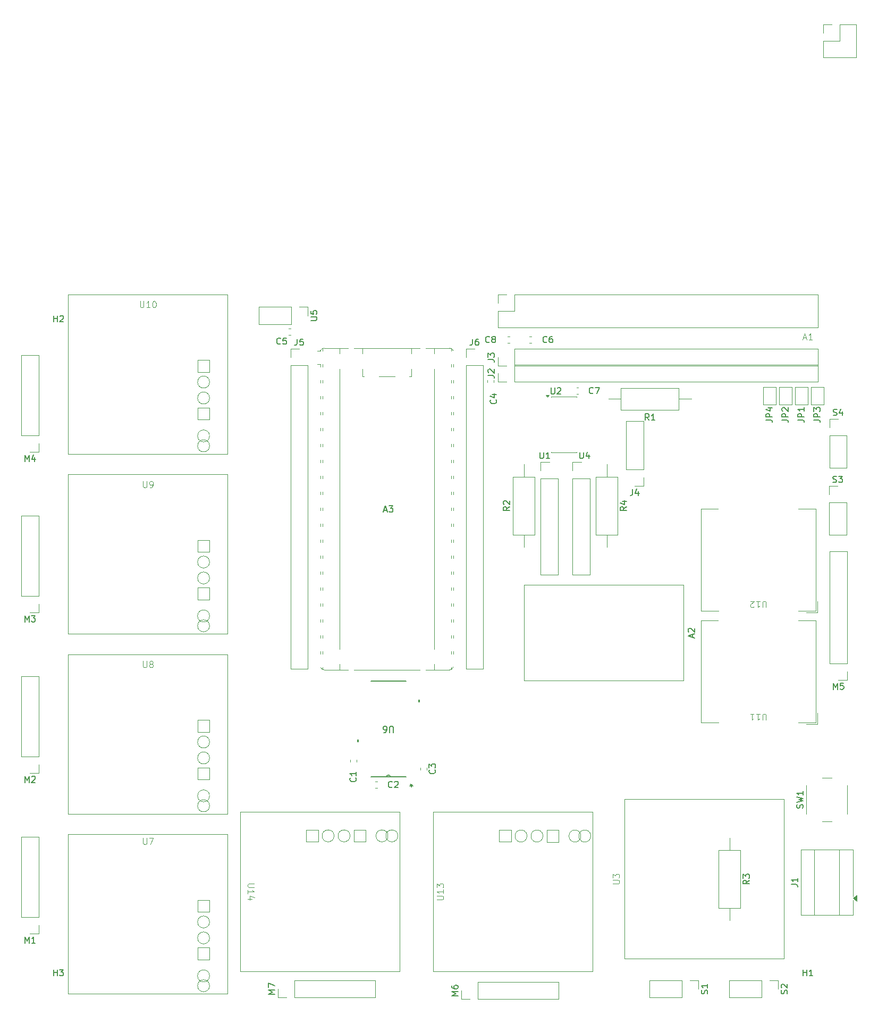
<source format=gbr>
%TF.GenerationSoftware,KiCad,Pcbnew,9.0.7*%
%TF.CreationDate,2026-02-16T00:15:14-05:00*%
%TF.ProjectId,ieee,69656565-2e6b-4696-9361-645f70636258,rev?*%
%TF.SameCoordinates,Original*%
%TF.FileFunction,Legend,Top*%
%TF.FilePolarity,Positive*%
%FSLAX46Y46*%
G04 Gerber Fmt 4.6, Leading zero omitted, Abs format (unit mm)*
G04 Created by KiCad (PCBNEW 9.0.7) date 2026-02-16 00:15:14*
%MOMM*%
%LPD*%
G01*
G04 APERTURE LIST*
%ADD10C,0.150000*%
%ADD11C,0.100000*%
%ADD12C,0.120000*%
%ADD13C,0.152400*%
%ADD14C,0.000000*%
G04 APERTURE END LIST*
D10*
X93218095Y-38554819D02*
X93218095Y-37554819D01*
X93218095Y-38031009D02*
X93789523Y-38031009D01*
X93789523Y-38554819D02*
X93789523Y-37554819D01*
X94218095Y-37650057D02*
X94265714Y-37602438D01*
X94265714Y-37602438D02*
X94360952Y-37554819D01*
X94360952Y-37554819D02*
X94599047Y-37554819D01*
X94599047Y-37554819D02*
X94694285Y-37602438D01*
X94694285Y-37602438D02*
X94741904Y-37650057D01*
X94741904Y-37650057D02*
X94789523Y-37745295D01*
X94789523Y-37745295D02*
X94789523Y-37840533D01*
X94789523Y-37840533D02*
X94741904Y-37983390D01*
X94741904Y-37983390D02*
X94170476Y-38554819D01*
X94170476Y-38554819D02*
X94789523Y-38554819D01*
X93218095Y-142694819D02*
X93218095Y-141694819D01*
X93218095Y-142171009D02*
X93789523Y-142171009D01*
X93789523Y-142694819D02*
X93789523Y-141694819D01*
X94170476Y-141694819D02*
X94789523Y-141694819D01*
X94789523Y-141694819D02*
X94456190Y-142075771D01*
X94456190Y-142075771D02*
X94599047Y-142075771D01*
X94599047Y-142075771D02*
X94694285Y-142123390D01*
X94694285Y-142123390D02*
X94741904Y-142171009D01*
X94741904Y-142171009D02*
X94789523Y-142266247D01*
X94789523Y-142266247D02*
X94789523Y-142504342D01*
X94789523Y-142504342D02*
X94741904Y-142599580D01*
X94741904Y-142599580D02*
X94694285Y-142647200D01*
X94694285Y-142647200D02*
X94599047Y-142694819D01*
X94599047Y-142694819D02*
X94313333Y-142694819D01*
X94313333Y-142694819D02*
X94218095Y-142647200D01*
X94218095Y-142647200D02*
X94170476Y-142599580D01*
X145843160Y-68545104D02*
X146319350Y-68545104D01*
X145747922Y-68830819D02*
X146081255Y-67830819D01*
X146081255Y-67830819D02*
X146414588Y-68830819D01*
X146652684Y-67830819D02*
X147271731Y-67830819D01*
X147271731Y-67830819D02*
X146938398Y-68211771D01*
X146938398Y-68211771D02*
X147081255Y-68211771D01*
X147081255Y-68211771D02*
X147176493Y-68259390D01*
X147176493Y-68259390D02*
X147224112Y-68307009D01*
X147224112Y-68307009D02*
X147271731Y-68402247D01*
X147271731Y-68402247D02*
X147271731Y-68640342D01*
X147271731Y-68640342D02*
X147224112Y-68735580D01*
X147224112Y-68735580D02*
X147176493Y-68783200D01*
X147176493Y-68783200D02*
X147081255Y-68830819D01*
X147081255Y-68830819D02*
X146795541Y-68830819D01*
X146795541Y-68830819D02*
X146700303Y-68783200D01*
X146700303Y-68783200D02*
X146652684Y-68735580D01*
X162647333Y-41761580D02*
X162599714Y-41809200D01*
X162599714Y-41809200D02*
X162456857Y-41856819D01*
X162456857Y-41856819D02*
X162361619Y-41856819D01*
X162361619Y-41856819D02*
X162218762Y-41809200D01*
X162218762Y-41809200D02*
X162123524Y-41713961D01*
X162123524Y-41713961D02*
X162075905Y-41618723D01*
X162075905Y-41618723D02*
X162028286Y-41428247D01*
X162028286Y-41428247D02*
X162028286Y-41285390D01*
X162028286Y-41285390D02*
X162075905Y-41094914D01*
X162075905Y-41094914D02*
X162123524Y-40999676D01*
X162123524Y-40999676D02*
X162218762Y-40904438D01*
X162218762Y-40904438D02*
X162361619Y-40856819D01*
X162361619Y-40856819D02*
X162456857Y-40856819D01*
X162456857Y-40856819D02*
X162599714Y-40904438D01*
X162599714Y-40904438D02*
X162647333Y-40952057D01*
X163218762Y-41285390D02*
X163123524Y-41237771D01*
X163123524Y-41237771D02*
X163075905Y-41190152D01*
X163075905Y-41190152D02*
X163028286Y-41094914D01*
X163028286Y-41094914D02*
X163028286Y-41047295D01*
X163028286Y-41047295D02*
X163075905Y-40952057D01*
X163075905Y-40952057D02*
X163123524Y-40904438D01*
X163123524Y-40904438D02*
X163218762Y-40856819D01*
X163218762Y-40856819D02*
X163409238Y-40856819D01*
X163409238Y-40856819D02*
X163504476Y-40904438D01*
X163504476Y-40904438D02*
X163552095Y-40952057D01*
X163552095Y-40952057D02*
X163599714Y-41047295D01*
X163599714Y-41047295D02*
X163599714Y-41094914D01*
X163599714Y-41094914D02*
X163552095Y-41190152D01*
X163552095Y-41190152D02*
X163504476Y-41237771D01*
X163504476Y-41237771D02*
X163409238Y-41285390D01*
X163409238Y-41285390D02*
X163218762Y-41285390D01*
X163218762Y-41285390D02*
X163123524Y-41333009D01*
X163123524Y-41333009D02*
X163075905Y-41380628D01*
X163075905Y-41380628D02*
X163028286Y-41475866D01*
X163028286Y-41475866D02*
X163028286Y-41666342D01*
X163028286Y-41666342D02*
X163075905Y-41761580D01*
X163075905Y-41761580D02*
X163123524Y-41809200D01*
X163123524Y-41809200D02*
X163218762Y-41856819D01*
X163218762Y-41856819D02*
X163409238Y-41856819D01*
X163409238Y-41856819D02*
X163504476Y-41809200D01*
X163504476Y-41809200D02*
X163552095Y-41761580D01*
X163552095Y-41761580D02*
X163599714Y-41666342D01*
X163599714Y-41666342D02*
X163599714Y-41475866D01*
X163599714Y-41475866D02*
X163552095Y-41380628D01*
X163552095Y-41380628D02*
X163504476Y-41333009D01*
X163504476Y-41333009D02*
X163409238Y-41285390D01*
X179157333Y-49889580D02*
X179109714Y-49937200D01*
X179109714Y-49937200D02*
X178966857Y-49984819D01*
X178966857Y-49984819D02*
X178871619Y-49984819D01*
X178871619Y-49984819D02*
X178728762Y-49937200D01*
X178728762Y-49937200D02*
X178633524Y-49841961D01*
X178633524Y-49841961D02*
X178585905Y-49746723D01*
X178585905Y-49746723D02*
X178538286Y-49556247D01*
X178538286Y-49556247D02*
X178538286Y-49413390D01*
X178538286Y-49413390D02*
X178585905Y-49222914D01*
X178585905Y-49222914D02*
X178633524Y-49127676D01*
X178633524Y-49127676D02*
X178728762Y-49032438D01*
X178728762Y-49032438D02*
X178871619Y-48984819D01*
X178871619Y-48984819D02*
X178966857Y-48984819D01*
X178966857Y-48984819D02*
X179109714Y-49032438D01*
X179109714Y-49032438D02*
X179157333Y-49080057D01*
X179490667Y-48984819D02*
X180157333Y-48984819D01*
X180157333Y-48984819D02*
X179728762Y-49984819D01*
X171791333Y-41761580D02*
X171743714Y-41809200D01*
X171743714Y-41809200D02*
X171600857Y-41856819D01*
X171600857Y-41856819D02*
X171505619Y-41856819D01*
X171505619Y-41856819D02*
X171362762Y-41809200D01*
X171362762Y-41809200D02*
X171267524Y-41713961D01*
X171267524Y-41713961D02*
X171219905Y-41618723D01*
X171219905Y-41618723D02*
X171172286Y-41428247D01*
X171172286Y-41428247D02*
X171172286Y-41285390D01*
X171172286Y-41285390D02*
X171219905Y-41094914D01*
X171219905Y-41094914D02*
X171267524Y-40999676D01*
X171267524Y-40999676D02*
X171362762Y-40904438D01*
X171362762Y-40904438D02*
X171505619Y-40856819D01*
X171505619Y-40856819D02*
X171600857Y-40856819D01*
X171600857Y-40856819D02*
X171743714Y-40904438D01*
X171743714Y-40904438D02*
X171791333Y-40952057D01*
X172648476Y-40856819D02*
X172458000Y-40856819D01*
X172458000Y-40856819D02*
X172362762Y-40904438D01*
X172362762Y-40904438D02*
X172315143Y-40952057D01*
X172315143Y-40952057D02*
X172219905Y-41094914D01*
X172219905Y-41094914D02*
X172172286Y-41285390D01*
X172172286Y-41285390D02*
X172172286Y-41666342D01*
X172172286Y-41666342D02*
X172219905Y-41761580D01*
X172219905Y-41761580D02*
X172267524Y-41809200D01*
X172267524Y-41809200D02*
X172362762Y-41856819D01*
X172362762Y-41856819D02*
X172553238Y-41856819D01*
X172553238Y-41856819D02*
X172648476Y-41809200D01*
X172648476Y-41809200D02*
X172696095Y-41761580D01*
X172696095Y-41761580D02*
X172743714Y-41666342D01*
X172743714Y-41666342D02*
X172743714Y-41428247D01*
X172743714Y-41428247D02*
X172696095Y-41333009D01*
X172696095Y-41333009D02*
X172648476Y-41285390D01*
X172648476Y-41285390D02*
X172553238Y-41237771D01*
X172553238Y-41237771D02*
X172362762Y-41237771D01*
X172362762Y-41237771D02*
X172267524Y-41285390D01*
X172267524Y-41285390D02*
X172219905Y-41333009D01*
X172219905Y-41333009D02*
X172172286Y-41428247D01*
X129373333Y-42015580D02*
X129325714Y-42063200D01*
X129325714Y-42063200D02*
X129182857Y-42110819D01*
X129182857Y-42110819D02*
X129087619Y-42110819D01*
X129087619Y-42110819D02*
X128944762Y-42063200D01*
X128944762Y-42063200D02*
X128849524Y-41967961D01*
X128849524Y-41967961D02*
X128801905Y-41872723D01*
X128801905Y-41872723D02*
X128754286Y-41682247D01*
X128754286Y-41682247D02*
X128754286Y-41539390D01*
X128754286Y-41539390D02*
X128801905Y-41348914D01*
X128801905Y-41348914D02*
X128849524Y-41253676D01*
X128849524Y-41253676D02*
X128944762Y-41158438D01*
X128944762Y-41158438D02*
X129087619Y-41110819D01*
X129087619Y-41110819D02*
X129182857Y-41110819D01*
X129182857Y-41110819D02*
X129325714Y-41158438D01*
X129325714Y-41158438D02*
X129373333Y-41206057D01*
X130278095Y-41110819D02*
X129801905Y-41110819D01*
X129801905Y-41110819D02*
X129754286Y-41587009D01*
X129754286Y-41587009D02*
X129801905Y-41539390D01*
X129801905Y-41539390D02*
X129897143Y-41491771D01*
X129897143Y-41491771D02*
X130135238Y-41491771D01*
X130135238Y-41491771D02*
X130230476Y-41539390D01*
X130230476Y-41539390D02*
X130278095Y-41587009D01*
X130278095Y-41587009D02*
X130325714Y-41682247D01*
X130325714Y-41682247D02*
X130325714Y-41920342D01*
X130325714Y-41920342D02*
X130278095Y-42015580D01*
X130278095Y-42015580D02*
X130230476Y-42063200D01*
X130230476Y-42063200D02*
X130135238Y-42110819D01*
X130135238Y-42110819D02*
X129897143Y-42110819D01*
X129897143Y-42110819D02*
X129801905Y-42063200D01*
X129801905Y-42063200D02*
X129754286Y-42015580D01*
X163681580Y-50966666D02*
X163729200Y-51014285D01*
X163729200Y-51014285D02*
X163776819Y-51157142D01*
X163776819Y-51157142D02*
X163776819Y-51252380D01*
X163776819Y-51252380D02*
X163729200Y-51395237D01*
X163729200Y-51395237D02*
X163633961Y-51490475D01*
X163633961Y-51490475D02*
X163538723Y-51538094D01*
X163538723Y-51538094D02*
X163348247Y-51585713D01*
X163348247Y-51585713D02*
X163205390Y-51585713D01*
X163205390Y-51585713D02*
X163014914Y-51538094D01*
X163014914Y-51538094D02*
X162919676Y-51490475D01*
X162919676Y-51490475D02*
X162824438Y-51395237D01*
X162824438Y-51395237D02*
X162776819Y-51252380D01*
X162776819Y-51252380D02*
X162776819Y-51157142D01*
X162776819Y-51157142D02*
X162824438Y-51014285D01*
X162824438Y-51014285D02*
X162872057Y-50966666D01*
X163110152Y-50109523D02*
X163776819Y-50109523D01*
X162729200Y-50347618D02*
X163443485Y-50585713D01*
X163443485Y-50585713D02*
X163443485Y-49966666D01*
X153935580Y-109894666D02*
X153983200Y-109942285D01*
X153983200Y-109942285D02*
X154030819Y-110085142D01*
X154030819Y-110085142D02*
X154030819Y-110180380D01*
X154030819Y-110180380D02*
X153983200Y-110323237D01*
X153983200Y-110323237D02*
X153887961Y-110418475D01*
X153887961Y-110418475D02*
X153792723Y-110466094D01*
X153792723Y-110466094D02*
X153602247Y-110513713D01*
X153602247Y-110513713D02*
X153459390Y-110513713D01*
X153459390Y-110513713D02*
X153268914Y-110466094D01*
X153268914Y-110466094D02*
X153173676Y-110418475D01*
X153173676Y-110418475D02*
X153078438Y-110323237D01*
X153078438Y-110323237D02*
X153030819Y-110180380D01*
X153030819Y-110180380D02*
X153030819Y-110085142D01*
X153030819Y-110085142D02*
X153078438Y-109942285D01*
X153078438Y-109942285D02*
X153126057Y-109894666D01*
X153030819Y-109561332D02*
X153030819Y-108942285D01*
X153030819Y-108942285D02*
X153411771Y-109275618D01*
X153411771Y-109275618D02*
X153411771Y-109132761D01*
X153411771Y-109132761D02*
X153459390Y-109037523D01*
X153459390Y-109037523D02*
X153507009Y-108989904D01*
X153507009Y-108989904D02*
X153602247Y-108942285D01*
X153602247Y-108942285D02*
X153840342Y-108942285D01*
X153840342Y-108942285D02*
X153935580Y-108989904D01*
X153935580Y-108989904D02*
X153983200Y-109037523D01*
X153983200Y-109037523D02*
X154030819Y-109132761D01*
X154030819Y-109132761D02*
X154030819Y-109418475D01*
X154030819Y-109418475D02*
X153983200Y-109513713D01*
X153983200Y-109513713D02*
X153935580Y-109561332D01*
X147153333Y-112627580D02*
X147105714Y-112675200D01*
X147105714Y-112675200D02*
X146962857Y-112722819D01*
X146962857Y-112722819D02*
X146867619Y-112722819D01*
X146867619Y-112722819D02*
X146724762Y-112675200D01*
X146724762Y-112675200D02*
X146629524Y-112579961D01*
X146629524Y-112579961D02*
X146581905Y-112484723D01*
X146581905Y-112484723D02*
X146534286Y-112294247D01*
X146534286Y-112294247D02*
X146534286Y-112151390D01*
X146534286Y-112151390D02*
X146581905Y-111960914D01*
X146581905Y-111960914D02*
X146629524Y-111865676D01*
X146629524Y-111865676D02*
X146724762Y-111770438D01*
X146724762Y-111770438D02*
X146867619Y-111722819D01*
X146867619Y-111722819D02*
X146962857Y-111722819D01*
X146962857Y-111722819D02*
X147105714Y-111770438D01*
X147105714Y-111770438D02*
X147153333Y-111818057D01*
X147534286Y-111818057D02*
X147581905Y-111770438D01*
X147581905Y-111770438D02*
X147677143Y-111722819D01*
X147677143Y-111722819D02*
X147915238Y-111722819D01*
X147915238Y-111722819D02*
X148010476Y-111770438D01*
X148010476Y-111770438D02*
X148058095Y-111818057D01*
X148058095Y-111818057D02*
X148105714Y-111913295D01*
X148105714Y-111913295D02*
X148105714Y-112008533D01*
X148105714Y-112008533D02*
X148058095Y-112151390D01*
X148058095Y-112151390D02*
X147486667Y-112722819D01*
X147486667Y-112722819D02*
X148105714Y-112722819D01*
X141329580Y-111164666D02*
X141377200Y-111212285D01*
X141377200Y-111212285D02*
X141424819Y-111355142D01*
X141424819Y-111355142D02*
X141424819Y-111450380D01*
X141424819Y-111450380D02*
X141377200Y-111593237D01*
X141377200Y-111593237D02*
X141281961Y-111688475D01*
X141281961Y-111688475D02*
X141186723Y-111736094D01*
X141186723Y-111736094D02*
X140996247Y-111783713D01*
X140996247Y-111783713D02*
X140853390Y-111783713D01*
X140853390Y-111783713D02*
X140662914Y-111736094D01*
X140662914Y-111736094D02*
X140567676Y-111688475D01*
X140567676Y-111688475D02*
X140472438Y-111593237D01*
X140472438Y-111593237D02*
X140424819Y-111450380D01*
X140424819Y-111450380D02*
X140424819Y-111355142D01*
X140424819Y-111355142D02*
X140472438Y-111212285D01*
X140472438Y-111212285D02*
X140520057Y-111164666D01*
X141424819Y-110212285D02*
X141424819Y-110783713D01*
X141424819Y-110497999D02*
X140424819Y-110497999D01*
X140424819Y-110497999D02*
X140567676Y-110593237D01*
X140567676Y-110593237D02*
X140662914Y-110688475D01*
X140662914Y-110688475D02*
X140710533Y-110783713D01*
D11*
X212645714Y-41065704D02*
X213121904Y-41065704D01*
X212550476Y-41351419D02*
X212883809Y-40351419D01*
X212883809Y-40351419D02*
X213217142Y-41351419D01*
X214074285Y-41351419D02*
X213502857Y-41351419D01*
X213788571Y-41351419D02*
X213788571Y-40351419D01*
X213788571Y-40351419D02*
X213693333Y-40494276D01*
X213693333Y-40494276D02*
X213598095Y-40589514D01*
X213598095Y-40589514D02*
X213502857Y-40637133D01*
D10*
X195017104Y-88776085D02*
X195017104Y-88299895D01*
X195302819Y-88871323D02*
X194302819Y-88537990D01*
X194302819Y-88537990D02*
X195302819Y-88204657D01*
X194398057Y-87918942D02*
X194350438Y-87871323D01*
X194350438Y-87871323D02*
X194302819Y-87776085D01*
X194302819Y-87776085D02*
X194302819Y-87537990D01*
X194302819Y-87537990D02*
X194350438Y-87442752D01*
X194350438Y-87442752D02*
X194398057Y-87395133D01*
X194398057Y-87395133D02*
X194493295Y-87347514D01*
X194493295Y-87347514D02*
X194588533Y-87347514D01*
X194588533Y-87347514D02*
X194731390Y-87395133D01*
X194731390Y-87395133D02*
X195302819Y-87966561D01*
X195302819Y-87966561D02*
X195302819Y-87347514D01*
D11*
X182337419Y-128015904D02*
X183146942Y-128015904D01*
X183146942Y-128015904D02*
X183242180Y-127968285D01*
X183242180Y-127968285D02*
X183289800Y-127920666D01*
X183289800Y-127920666D02*
X183337419Y-127825428D01*
X183337419Y-127825428D02*
X183337419Y-127634952D01*
X183337419Y-127634952D02*
X183289800Y-127539714D01*
X183289800Y-127539714D02*
X183242180Y-127492095D01*
X183242180Y-127492095D02*
X183146942Y-127444476D01*
X183146942Y-127444476D02*
X182337419Y-127444476D01*
X182337419Y-127063523D02*
X182337419Y-126444476D01*
X182337419Y-126444476D02*
X182718371Y-126777809D01*
X182718371Y-126777809D02*
X182718371Y-126634952D01*
X182718371Y-126634952D02*
X182765990Y-126539714D01*
X182765990Y-126539714D02*
X182813609Y-126492095D01*
X182813609Y-126492095D02*
X182908847Y-126444476D01*
X182908847Y-126444476D02*
X183146942Y-126444476D01*
X183146942Y-126444476D02*
X183242180Y-126492095D01*
X183242180Y-126492095D02*
X183289800Y-126539714D01*
X183289800Y-126539714D02*
X183337419Y-126634952D01*
X183337419Y-126634952D02*
X183337419Y-126920666D01*
X183337419Y-126920666D02*
X183289800Y-127015904D01*
X183289800Y-127015904D02*
X183242180Y-127063523D01*
X107482735Y-120729419D02*
X107482735Y-121538942D01*
X107482735Y-121538942D02*
X107530354Y-121634180D01*
X107530354Y-121634180D02*
X107577973Y-121681800D01*
X107577973Y-121681800D02*
X107673211Y-121729419D01*
X107673211Y-121729419D02*
X107863687Y-121729419D01*
X107863687Y-121729419D02*
X107958925Y-121681800D01*
X107958925Y-121681800D02*
X108006544Y-121634180D01*
X108006544Y-121634180D02*
X108054163Y-121538942D01*
X108054163Y-121538942D02*
X108054163Y-120729419D01*
X108435116Y-120729419D02*
X109101782Y-120729419D01*
X109101782Y-120729419D02*
X108673211Y-121729419D01*
X107482735Y-92569752D02*
X107482735Y-93379275D01*
X107482735Y-93379275D02*
X107530354Y-93474513D01*
X107530354Y-93474513D02*
X107577973Y-93522133D01*
X107577973Y-93522133D02*
X107673211Y-93569752D01*
X107673211Y-93569752D02*
X107863687Y-93569752D01*
X107863687Y-93569752D02*
X107958925Y-93522133D01*
X107958925Y-93522133D02*
X108006544Y-93474513D01*
X108006544Y-93474513D02*
X108054163Y-93379275D01*
X108054163Y-93379275D02*
X108054163Y-92569752D01*
X108673211Y-92998323D02*
X108577973Y-92950704D01*
X108577973Y-92950704D02*
X108530354Y-92903085D01*
X108530354Y-92903085D02*
X108482735Y-92807847D01*
X108482735Y-92807847D02*
X108482735Y-92760228D01*
X108482735Y-92760228D02*
X108530354Y-92664990D01*
X108530354Y-92664990D02*
X108577973Y-92617371D01*
X108577973Y-92617371D02*
X108673211Y-92569752D01*
X108673211Y-92569752D02*
X108863687Y-92569752D01*
X108863687Y-92569752D02*
X108958925Y-92617371D01*
X108958925Y-92617371D02*
X109006544Y-92664990D01*
X109006544Y-92664990D02*
X109054163Y-92760228D01*
X109054163Y-92760228D02*
X109054163Y-92807847D01*
X109054163Y-92807847D02*
X109006544Y-92903085D01*
X109006544Y-92903085D02*
X108958925Y-92950704D01*
X108958925Y-92950704D02*
X108863687Y-92998323D01*
X108863687Y-92998323D02*
X108673211Y-92998323D01*
X108673211Y-92998323D02*
X108577973Y-93045942D01*
X108577973Y-93045942D02*
X108530354Y-93093561D01*
X108530354Y-93093561D02*
X108482735Y-93188799D01*
X108482735Y-93188799D02*
X108482735Y-93379275D01*
X108482735Y-93379275D02*
X108530354Y-93474513D01*
X108530354Y-93474513D02*
X108577973Y-93522133D01*
X108577973Y-93522133D02*
X108673211Y-93569752D01*
X108673211Y-93569752D02*
X108863687Y-93569752D01*
X108863687Y-93569752D02*
X108958925Y-93522133D01*
X108958925Y-93522133D02*
X109006544Y-93474513D01*
X109006544Y-93474513D02*
X109054163Y-93379275D01*
X109054163Y-93379275D02*
X109054163Y-93188799D01*
X109054163Y-93188799D02*
X109006544Y-93093561D01*
X109006544Y-93093561D02*
X108958925Y-93045942D01*
X108958925Y-93045942D02*
X108863687Y-92998323D01*
X107482735Y-63910086D02*
X107482735Y-64719609D01*
X107482735Y-64719609D02*
X107530354Y-64814847D01*
X107530354Y-64814847D02*
X107577973Y-64862467D01*
X107577973Y-64862467D02*
X107673211Y-64910086D01*
X107673211Y-64910086D02*
X107863687Y-64910086D01*
X107863687Y-64910086D02*
X107958925Y-64862467D01*
X107958925Y-64862467D02*
X108006544Y-64814847D01*
X108006544Y-64814847D02*
X108054163Y-64719609D01*
X108054163Y-64719609D02*
X108054163Y-63910086D01*
X108577973Y-64910086D02*
X108768449Y-64910086D01*
X108768449Y-64910086D02*
X108863687Y-64862467D01*
X108863687Y-64862467D02*
X108911306Y-64814847D01*
X108911306Y-64814847D02*
X109006544Y-64671990D01*
X109006544Y-64671990D02*
X109054163Y-64481514D01*
X109054163Y-64481514D02*
X109054163Y-64100562D01*
X109054163Y-64100562D02*
X109006544Y-64005324D01*
X109006544Y-64005324D02*
X108958925Y-63957705D01*
X108958925Y-63957705D02*
X108863687Y-63910086D01*
X108863687Y-63910086D02*
X108673211Y-63910086D01*
X108673211Y-63910086D02*
X108577973Y-63957705D01*
X108577973Y-63957705D02*
X108530354Y-64005324D01*
X108530354Y-64005324D02*
X108482735Y-64100562D01*
X108482735Y-64100562D02*
X108482735Y-64338657D01*
X108482735Y-64338657D02*
X108530354Y-64433895D01*
X108530354Y-64433895D02*
X108577973Y-64481514D01*
X108577973Y-64481514D02*
X108673211Y-64529133D01*
X108673211Y-64529133D02*
X108863687Y-64529133D01*
X108863687Y-64529133D02*
X108958925Y-64481514D01*
X108958925Y-64481514D02*
X109006544Y-64433895D01*
X109006544Y-64433895D02*
X109054163Y-64338657D01*
X107006545Y-35250419D02*
X107006545Y-36059942D01*
X107006545Y-36059942D02*
X107054164Y-36155180D01*
X107054164Y-36155180D02*
X107101783Y-36202800D01*
X107101783Y-36202800D02*
X107197021Y-36250419D01*
X107197021Y-36250419D02*
X107387497Y-36250419D01*
X107387497Y-36250419D02*
X107482735Y-36202800D01*
X107482735Y-36202800D02*
X107530354Y-36155180D01*
X107530354Y-36155180D02*
X107577973Y-36059942D01*
X107577973Y-36059942D02*
X107577973Y-35250419D01*
X108577973Y-36250419D02*
X108006545Y-36250419D01*
X108292259Y-36250419D02*
X108292259Y-35250419D01*
X108292259Y-35250419D02*
X108197021Y-35393276D01*
X108197021Y-35393276D02*
X108101783Y-35488514D01*
X108101783Y-35488514D02*
X108006545Y-35536133D01*
X109197021Y-35250419D02*
X109292259Y-35250419D01*
X109292259Y-35250419D02*
X109387497Y-35298038D01*
X109387497Y-35298038D02*
X109435116Y-35345657D01*
X109435116Y-35345657D02*
X109482735Y-35440895D01*
X109482735Y-35440895D02*
X109530354Y-35631371D01*
X109530354Y-35631371D02*
X109530354Y-35869466D01*
X109530354Y-35869466D02*
X109482735Y-36059942D01*
X109482735Y-36059942D02*
X109435116Y-36155180D01*
X109435116Y-36155180D02*
X109387497Y-36202800D01*
X109387497Y-36202800D02*
X109292259Y-36250419D01*
X109292259Y-36250419D02*
X109197021Y-36250419D01*
X109197021Y-36250419D02*
X109101783Y-36202800D01*
X109101783Y-36202800D02*
X109054164Y-36155180D01*
X109054164Y-36155180D02*
X109006545Y-36059942D01*
X109006545Y-36059942D02*
X108958926Y-35869466D01*
X108958926Y-35869466D02*
X108958926Y-35631371D01*
X108958926Y-35631371D02*
X109006545Y-35440895D01*
X109006545Y-35440895D02*
X109054164Y-35345657D01*
X109054164Y-35345657D02*
X109101783Y-35298038D01*
X109101783Y-35298038D02*
X109197021Y-35250419D01*
X154298059Y-130524094D02*
X155107582Y-130524094D01*
X155107582Y-130524094D02*
X155202820Y-130476475D01*
X155202820Y-130476475D02*
X155250440Y-130428856D01*
X155250440Y-130428856D02*
X155298059Y-130333618D01*
X155298059Y-130333618D02*
X155298059Y-130143142D01*
X155298059Y-130143142D02*
X155250440Y-130047904D01*
X155250440Y-130047904D02*
X155202820Y-130000285D01*
X155202820Y-130000285D02*
X155107582Y-129952666D01*
X155107582Y-129952666D02*
X154298059Y-129952666D01*
X155298059Y-128952666D02*
X155298059Y-129524094D01*
X155298059Y-129238380D02*
X154298059Y-129238380D01*
X154298059Y-129238380D02*
X154440916Y-129333618D01*
X154440916Y-129333618D02*
X154536154Y-129428856D01*
X154536154Y-129428856D02*
X154583773Y-129524094D01*
X154298059Y-128619332D02*
X154298059Y-128000285D01*
X154298059Y-128000285D02*
X154679011Y-128333618D01*
X154679011Y-128333618D02*
X154679011Y-128190761D01*
X154679011Y-128190761D02*
X154726630Y-128095523D01*
X154726630Y-128095523D02*
X154774249Y-128047904D01*
X154774249Y-128047904D02*
X154869487Y-128000285D01*
X154869487Y-128000285D02*
X155107582Y-128000285D01*
X155107582Y-128000285D02*
X155202820Y-128047904D01*
X155202820Y-128047904D02*
X155250440Y-128095523D01*
X155250440Y-128095523D02*
X155298059Y-128190761D01*
X155298059Y-128190761D02*
X155298059Y-128476475D01*
X155298059Y-128476475D02*
X155250440Y-128571713D01*
X155250440Y-128571713D02*
X155202820Y-128619332D01*
X125149220Y-128022505D02*
X124339697Y-128022505D01*
X124339697Y-128022505D02*
X124244459Y-128070124D01*
X124244459Y-128070124D02*
X124196840Y-128117743D01*
X124196840Y-128117743D02*
X124149220Y-128212981D01*
X124149220Y-128212981D02*
X124149220Y-128403457D01*
X124149220Y-128403457D02*
X124196840Y-128498695D01*
X124196840Y-128498695D02*
X124244459Y-128546314D01*
X124244459Y-128546314D02*
X124339697Y-128593933D01*
X124339697Y-128593933D02*
X125149220Y-128593933D01*
X124149220Y-129593933D02*
X124149220Y-129022505D01*
X124149220Y-129308219D02*
X125149220Y-129308219D01*
X125149220Y-129308219D02*
X125006363Y-129212981D01*
X125006363Y-129212981D02*
X124911125Y-129117743D01*
X124911125Y-129117743D02*
X124863506Y-129022505D01*
X124815887Y-130451076D02*
X124149220Y-130451076D01*
X125196840Y-130212981D02*
X124482554Y-129974886D01*
X124482554Y-129974886D02*
X124482554Y-130593933D01*
D10*
X147319904Y-103923180D02*
X147319904Y-103113657D01*
X147319904Y-103113657D02*
X147272285Y-103018419D01*
X147272285Y-103018419D02*
X147224666Y-102970800D01*
X147224666Y-102970800D02*
X147129428Y-102923180D01*
X147129428Y-102923180D02*
X146938952Y-102923180D01*
X146938952Y-102923180D02*
X146843714Y-102970800D01*
X146843714Y-102970800D02*
X146796095Y-103018419D01*
X146796095Y-103018419D02*
X146748476Y-103113657D01*
X146748476Y-103113657D02*
X146748476Y-103923180D01*
X145843714Y-103923180D02*
X146034190Y-103923180D01*
X146034190Y-103923180D02*
X146129428Y-103875561D01*
X146129428Y-103875561D02*
X146177047Y-103827942D01*
X146177047Y-103827942D02*
X146272285Y-103685085D01*
X146272285Y-103685085D02*
X146319904Y-103494609D01*
X146319904Y-103494609D02*
X146319904Y-103113657D01*
X146319904Y-103113657D02*
X146272285Y-103018419D01*
X146272285Y-103018419D02*
X146224666Y-102970800D01*
X146224666Y-102970800D02*
X146129428Y-102923180D01*
X146129428Y-102923180D02*
X145938952Y-102923180D01*
X145938952Y-102923180D02*
X145843714Y-102970800D01*
X145843714Y-102970800D02*
X145796095Y-103018419D01*
X145796095Y-103018419D02*
X145748476Y-103113657D01*
X145748476Y-103113657D02*
X145748476Y-103351752D01*
X145748476Y-103351752D02*
X145796095Y-103446990D01*
X145796095Y-103446990D02*
X145843714Y-103494609D01*
X145843714Y-103494609D02*
X145938952Y-103542228D01*
X145938952Y-103542228D02*
X146129428Y-103542228D01*
X146129428Y-103542228D02*
X146224666Y-103494609D01*
X146224666Y-103494609D02*
X146272285Y-103446990D01*
X146272285Y-103446990D02*
X146319904Y-103351752D01*
X150190199Y-112609980D02*
X150190199Y-112371885D01*
X150428294Y-112467123D02*
X150190199Y-112371885D01*
X150190199Y-112371885D02*
X149952104Y-112467123D01*
X150333056Y-112181409D02*
X150190199Y-112371885D01*
X150190199Y-112371885D02*
X150047342Y-112181409D01*
X214338819Y-54173333D02*
X215053104Y-54173333D01*
X215053104Y-54173333D02*
X215195961Y-54220952D01*
X215195961Y-54220952D02*
X215291200Y-54316190D01*
X215291200Y-54316190D02*
X215338819Y-54459047D01*
X215338819Y-54459047D02*
X215338819Y-54554285D01*
X215338819Y-53697142D02*
X214338819Y-53697142D01*
X214338819Y-53697142D02*
X214338819Y-53316190D01*
X214338819Y-53316190D02*
X214386438Y-53220952D01*
X214386438Y-53220952D02*
X214434057Y-53173333D01*
X214434057Y-53173333D02*
X214529295Y-53125714D01*
X214529295Y-53125714D02*
X214672152Y-53125714D01*
X214672152Y-53125714D02*
X214767390Y-53173333D01*
X214767390Y-53173333D02*
X214815009Y-53220952D01*
X214815009Y-53220952D02*
X214862628Y-53316190D01*
X214862628Y-53316190D02*
X214862628Y-53697142D01*
X214338819Y-52792380D02*
X214338819Y-52173333D01*
X214338819Y-52173333D02*
X214719771Y-52506666D01*
X214719771Y-52506666D02*
X214719771Y-52363809D01*
X214719771Y-52363809D02*
X214767390Y-52268571D01*
X214767390Y-52268571D02*
X214815009Y-52220952D01*
X214815009Y-52220952D02*
X214910247Y-52173333D01*
X214910247Y-52173333D02*
X215148342Y-52173333D01*
X215148342Y-52173333D02*
X215243580Y-52220952D01*
X215243580Y-52220952D02*
X215291200Y-52268571D01*
X215291200Y-52268571D02*
X215338819Y-52363809D01*
X215338819Y-52363809D02*
X215338819Y-52649523D01*
X215338819Y-52649523D02*
X215291200Y-52744761D01*
X215291200Y-52744761D02*
X215243580Y-52792380D01*
X134168819Y-38303104D02*
X134978342Y-38303104D01*
X134978342Y-38303104D02*
X135073580Y-38255485D01*
X135073580Y-38255485D02*
X135121200Y-38207866D01*
X135121200Y-38207866D02*
X135168819Y-38112628D01*
X135168819Y-38112628D02*
X135168819Y-37922152D01*
X135168819Y-37922152D02*
X135121200Y-37826914D01*
X135121200Y-37826914D02*
X135073580Y-37779295D01*
X135073580Y-37779295D02*
X134978342Y-37731676D01*
X134978342Y-37731676D02*
X134168819Y-37731676D01*
X134168819Y-36779295D02*
X134168819Y-37255485D01*
X134168819Y-37255485D02*
X134645009Y-37303104D01*
X134645009Y-37303104D02*
X134597390Y-37255485D01*
X134597390Y-37255485D02*
X134549771Y-37160247D01*
X134549771Y-37160247D02*
X134549771Y-36922152D01*
X134549771Y-36922152D02*
X134597390Y-36826914D01*
X134597390Y-36826914D02*
X134645009Y-36779295D01*
X134645009Y-36779295D02*
X134740247Y-36731676D01*
X134740247Y-36731676D02*
X134978342Y-36731676D01*
X134978342Y-36731676D02*
X135073580Y-36779295D01*
X135073580Y-36779295D02*
X135121200Y-36826914D01*
X135121200Y-36826914D02*
X135168819Y-36922152D01*
X135168819Y-36922152D02*
X135168819Y-37160247D01*
X135168819Y-37160247D02*
X135121200Y-37255485D01*
X135121200Y-37255485D02*
X135073580Y-37303104D01*
X172466095Y-49038819D02*
X172466095Y-49848342D01*
X172466095Y-49848342D02*
X172513714Y-49943580D01*
X172513714Y-49943580D02*
X172561333Y-49991200D01*
X172561333Y-49991200D02*
X172656571Y-50038819D01*
X172656571Y-50038819D02*
X172847047Y-50038819D01*
X172847047Y-50038819D02*
X172942285Y-49991200D01*
X172942285Y-49991200D02*
X172989904Y-49943580D01*
X172989904Y-49943580D02*
X173037523Y-49848342D01*
X173037523Y-49848342D02*
X173037523Y-49038819D01*
X173466095Y-49134057D02*
X173513714Y-49086438D01*
X173513714Y-49086438D02*
X173608952Y-49038819D01*
X173608952Y-49038819D02*
X173847047Y-49038819D01*
X173847047Y-49038819D02*
X173942285Y-49086438D01*
X173942285Y-49086438D02*
X173989904Y-49134057D01*
X173989904Y-49134057D02*
X174037523Y-49229295D01*
X174037523Y-49229295D02*
X174037523Y-49324533D01*
X174037523Y-49324533D02*
X173989904Y-49467390D01*
X173989904Y-49467390D02*
X173418476Y-50038819D01*
X173418476Y-50038819D02*
X174037523Y-50038819D01*
X88639116Y-137454819D02*
X88639116Y-136454819D01*
X88639116Y-136454819D02*
X88972449Y-137169104D01*
X88972449Y-137169104D02*
X89305782Y-136454819D01*
X89305782Y-136454819D02*
X89305782Y-137454819D01*
X90305782Y-137454819D02*
X89734354Y-137454819D01*
X90020068Y-137454819D02*
X90020068Y-136454819D01*
X90020068Y-136454819D02*
X89924830Y-136597676D01*
X89924830Y-136597676D02*
X89829592Y-136692914D01*
X89829592Y-136692914D02*
X89734354Y-136740533D01*
X177038095Y-59304819D02*
X177038095Y-60114342D01*
X177038095Y-60114342D02*
X177085714Y-60209580D01*
X177085714Y-60209580D02*
X177133333Y-60257200D01*
X177133333Y-60257200D02*
X177228571Y-60304819D01*
X177228571Y-60304819D02*
X177419047Y-60304819D01*
X177419047Y-60304819D02*
X177514285Y-60257200D01*
X177514285Y-60257200D02*
X177561904Y-60209580D01*
X177561904Y-60209580D02*
X177609523Y-60114342D01*
X177609523Y-60114342D02*
X177609523Y-59304819D01*
X178514285Y-59638152D02*
X178514285Y-60304819D01*
X178276190Y-59257200D02*
X178038095Y-59971485D01*
X178038095Y-59971485D02*
X178657142Y-59971485D01*
X197351200Y-145541904D02*
X197398819Y-145399047D01*
X197398819Y-145399047D02*
X197398819Y-145160952D01*
X197398819Y-145160952D02*
X197351200Y-145065714D01*
X197351200Y-145065714D02*
X197303580Y-145018095D01*
X197303580Y-145018095D02*
X197208342Y-144970476D01*
X197208342Y-144970476D02*
X197113104Y-144970476D01*
X197113104Y-144970476D02*
X197017866Y-145018095D01*
X197017866Y-145018095D02*
X196970247Y-145065714D01*
X196970247Y-145065714D02*
X196922628Y-145160952D01*
X196922628Y-145160952D02*
X196875009Y-145351428D01*
X196875009Y-145351428D02*
X196827390Y-145446666D01*
X196827390Y-145446666D02*
X196779771Y-145494285D01*
X196779771Y-145494285D02*
X196684533Y-145541904D01*
X196684533Y-145541904D02*
X196589295Y-145541904D01*
X196589295Y-145541904D02*
X196494057Y-145494285D01*
X196494057Y-145494285D02*
X196446438Y-145446666D01*
X196446438Y-145446666D02*
X196398819Y-145351428D01*
X196398819Y-145351428D02*
X196398819Y-145113333D01*
X196398819Y-145113333D02*
X196446438Y-144970476D01*
X197398819Y-144018095D02*
X197398819Y-144589523D01*
X197398819Y-144303809D02*
X196398819Y-144303809D01*
X196398819Y-144303809D02*
X196541676Y-144399047D01*
X196541676Y-144399047D02*
X196636914Y-144494285D01*
X196636914Y-144494285D02*
X196684533Y-144589523D01*
X210742819Y-128125733D02*
X211457104Y-128125733D01*
X211457104Y-128125733D02*
X211599961Y-128173352D01*
X211599961Y-128173352D02*
X211695200Y-128268590D01*
X211695200Y-128268590D02*
X211742819Y-128411447D01*
X211742819Y-128411447D02*
X211742819Y-128506685D01*
X211742819Y-127125733D02*
X211742819Y-127697161D01*
X211742819Y-127411447D02*
X210742819Y-127411447D01*
X210742819Y-127411447D02*
X210885676Y-127506685D01*
X210885676Y-127506685D02*
X210980914Y-127601923D01*
X210980914Y-127601923D02*
X211028533Y-127697161D01*
X88639116Y-86316152D02*
X88639116Y-85316152D01*
X88639116Y-85316152D02*
X88972449Y-86030437D01*
X88972449Y-86030437D02*
X89305782Y-85316152D01*
X89305782Y-85316152D02*
X89305782Y-86316152D01*
X89686735Y-85316152D02*
X90305782Y-85316152D01*
X90305782Y-85316152D02*
X89972449Y-85697104D01*
X89972449Y-85697104D02*
X90115306Y-85697104D01*
X90115306Y-85697104D02*
X90210544Y-85744723D01*
X90210544Y-85744723D02*
X90258163Y-85792342D01*
X90258163Y-85792342D02*
X90305782Y-85887580D01*
X90305782Y-85887580D02*
X90305782Y-86125675D01*
X90305782Y-86125675D02*
X90258163Y-86220913D01*
X90258163Y-86220913D02*
X90210544Y-86268533D01*
X90210544Y-86268533D02*
X90115306Y-86316152D01*
X90115306Y-86316152D02*
X89829592Y-86316152D01*
X89829592Y-86316152D02*
X89734354Y-86268533D01*
X89734354Y-86268533D02*
X89686735Y-86220913D01*
X162428819Y-44529333D02*
X163143104Y-44529333D01*
X163143104Y-44529333D02*
X163285961Y-44576952D01*
X163285961Y-44576952D02*
X163381200Y-44672190D01*
X163381200Y-44672190D02*
X163428819Y-44815047D01*
X163428819Y-44815047D02*
X163428819Y-44910285D01*
X162428819Y-44148380D02*
X162428819Y-43529333D01*
X162428819Y-43529333D02*
X162809771Y-43862666D01*
X162809771Y-43862666D02*
X162809771Y-43719809D01*
X162809771Y-43719809D02*
X162857390Y-43624571D01*
X162857390Y-43624571D02*
X162905009Y-43576952D01*
X162905009Y-43576952D02*
X163000247Y-43529333D01*
X163000247Y-43529333D02*
X163238342Y-43529333D01*
X163238342Y-43529333D02*
X163333580Y-43576952D01*
X163333580Y-43576952D02*
X163381200Y-43624571D01*
X163381200Y-43624571D02*
X163428819Y-43719809D01*
X163428819Y-43719809D02*
X163428819Y-44005523D01*
X163428819Y-44005523D02*
X163381200Y-44100761D01*
X163381200Y-44100761D02*
X163333580Y-44148380D01*
X217373295Y-64067200D02*
X217516152Y-64114819D01*
X217516152Y-64114819D02*
X217754247Y-64114819D01*
X217754247Y-64114819D02*
X217849485Y-64067200D01*
X217849485Y-64067200D02*
X217897104Y-64019580D01*
X217897104Y-64019580D02*
X217944723Y-63924342D01*
X217944723Y-63924342D02*
X217944723Y-63829104D01*
X217944723Y-63829104D02*
X217897104Y-63733866D01*
X217897104Y-63733866D02*
X217849485Y-63686247D01*
X217849485Y-63686247D02*
X217754247Y-63638628D01*
X217754247Y-63638628D02*
X217563771Y-63591009D01*
X217563771Y-63591009D02*
X217468533Y-63543390D01*
X217468533Y-63543390D02*
X217420914Y-63495771D01*
X217420914Y-63495771D02*
X217373295Y-63400533D01*
X217373295Y-63400533D02*
X217373295Y-63305295D01*
X217373295Y-63305295D02*
X217420914Y-63210057D01*
X217420914Y-63210057D02*
X217468533Y-63162438D01*
X217468533Y-63162438D02*
X217563771Y-63114819D01*
X217563771Y-63114819D02*
X217801866Y-63114819D01*
X217801866Y-63114819D02*
X217944723Y-63162438D01*
X218278057Y-63114819D02*
X218897104Y-63114819D01*
X218897104Y-63114819D02*
X218563771Y-63495771D01*
X218563771Y-63495771D02*
X218706628Y-63495771D01*
X218706628Y-63495771D02*
X218801866Y-63543390D01*
X218801866Y-63543390D02*
X218849485Y-63591009D01*
X218849485Y-63591009D02*
X218897104Y-63686247D01*
X218897104Y-63686247D02*
X218897104Y-63924342D01*
X218897104Y-63924342D02*
X218849485Y-64019580D01*
X218849485Y-64019580D02*
X218801866Y-64067200D01*
X218801866Y-64067200D02*
X218706628Y-64114819D01*
X218706628Y-64114819D02*
X218420914Y-64114819D01*
X218420914Y-64114819D02*
X218325676Y-64067200D01*
X218325676Y-64067200D02*
X218278057Y-64019580D01*
X88639116Y-111885486D02*
X88639116Y-110885486D01*
X88639116Y-110885486D02*
X88972449Y-111599771D01*
X88972449Y-111599771D02*
X89305782Y-110885486D01*
X89305782Y-110885486D02*
X89305782Y-111885486D01*
X89734354Y-110980724D02*
X89781973Y-110933105D01*
X89781973Y-110933105D02*
X89877211Y-110885486D01*
X89877211Y-110885486D02*
X90115306Y-110885486D01*
X90115306Y-110885486D02*
X90210544Y-110933105D01*
X90210544Y-110933105D02*
X90258163Y-110980724D01*
X90258163Y-110980724D02*
X90305782Y-111075962D01*
X90305782Y-111075962D02*
X90305782Y-111171200D01*
X90305782Y-111171200D02*
X90258163Y-111314057D01*
X90258163Y-111314057D02*
X89686735Y-111885486D01*
X89686735Y-111885486D02*
X90305782Y-111885486D01*
X212598095Y-142694819D02*
X212598095Y-141694819D01*
X212598095Y-142171009D02*
X213169523Y-142171009D01*
X213169523Y-142694819D02*
X213169523Y-141694819D01*
X214169523Y-142694819D02*
X213598095Y-142694819D01*
X213883809Y-142694819D02*
X213883809Y-141694819D01*
X213883809Y-141694819D02*
X213788571Y-141837676D01*
X213788571Y-141837676D02*
X213693333Y-141932914D01*
X213693333Y-141932914D02*
X213598095Y-141980533D01*
D11*
X206724094Y-84019580D02*
X206724094Y-83210057D01*
X206724094Y-83210057D02*
X206676475Y-83114819D01*
X206676475Y-83114819D02*
X206628856Y-83067200D01*
X206628856Y-83067200D02*
X206533618Y-83019580D01*
X206533618Y-83019580D02*
X206343142Y-83019580D01*
X206343142Y-83019580D02*
X206247904Y-83067200D01*
X206247904Y-83067200D02*
X206200285Y-83114819D01*
X206200285Y-83114819D02*
X206152666Y-83210057D01*
X206152666Y-83210057D02*
X206152666Y-84019580D01*
X205152666Y-83019580D02*
X205724094Y-83019580D01*
X205438380Y-83019580D02*
X205438380Y-84019580D01*
X205438380Y-84019580D02*
X205533618Y-83876723D01*
X205533618Y-83876723D02*
X205628856Y-83781485D01*
X205628856Y-83781485D02*
X205724094Y-83733866D01*
X204771713Y-83924342D02*
X204724094Y-83971961D01*
X204724094Y-83971961D02*
X204628856Y-84019580D01*
X204628856Y-84019580D02*
X204390761Y-84019580D01*
X204390761Y-84019580D02*
X204295523Y-83971961D01*
X204295523Y-83971961D02*
X204247904Y-83924342D01*
X204247904Y-83924342D02*
X204200285Y-83829104D01*
X204200285Y-83829104D02*
X204200285Y-83733866D01*
X204200285Y-83733866D02*
X204247904Y-83591009D01*
X204247904Y-83591009D02*
X204819332Y-83019580D01*
X204819332Y-83019580D02*
X204200285Y-83019580D01*
D10*
X209258819Y-54173333D02*
X209973104Y-54173333D01*
X209973104Y-54173333D02*
X210115961Y-54220952D01*
X210115961Y-54220952D02*
X210211200Y-54316190D01*
X210211200Y-54316190D02*
X210258819Y-54459047D01*
X210258819Y-54459047D02*
X210258819Y-54554285D01*
X210258819Y-53697142D02*
X209258819Y-53697142D01*
X209258819Y-53697142D02*
X209258819Y-53316190D01*
X209258819Y-53316190D02*
X209306438Y-53220952D01*
X209306438Y-53220952D02*
X209354057Y-53173333D01*
X209354057Y-53173333D02*
X209449295Y-53125714D01*
X209449295Y-53125714D02*
X209592152Y-53125714D01*
X209592152Y-53125714D02*
X209687390Y-53173333D01*
X209687390Y-53173333D02*
X209735009Y-53220952D01*
X209735009Y-53220952D02*
X209782628Y-53316190D01*
X209782628Y-53316190D02*
X209782628Y-53697142D01*
X209354057Y-52744761D02*
X209306438Y-52697142D01*
X209306438Y-52697142D02*
X209258819Y-52601904D01*
X209258819Y-52601904D02*
X209258819Y-52363809D01*
X209258819Y-52363809D02*
X209306438Y-52268571D01*
X209306438Y-52268571D02*
X209354057Y-52220952D01*
X209354057Y-52220952D02*
X209449295Y-52173333D01*
X209449295Y-52173333D02*
X209544533Y-52173333D01*
X209544533Y-52173333D02*
X209687390Y-52220952D01*
X209687390Y-52220952D02*
X210258819Y-52792380D01*
X210258819Y-52792380D02*
X210258819Y-52173333D01*
X212565200Y-115963532D02*
X212612819Y-115820675D01*
X212612819Y-115820675D02*
X212612819Y-115582580D01*
X212612819Y-115582580D02*
X212565200Y-115487342D01*
X212565200Y-115487342D02*
X212517580Y-115439723D01*
X212517580Y-115439723D02*
X212422342Y-115392104D01*
X212422342Y-115392104D02*
X212327104Y-115392104D01*
X212327104Y-115392104D02*
X212231866Y-115439723D01*
X212231866Y-115439723D02*
X212184247Y-115487342D01*
X212184247Y-115487342D02*
X212136628Y-115582580D01*
X212136628Y-115582580D02*
X212089009Y-115773056D01*
X212089009Y-115773056D02*
X212041390Y-115868294D01*
X212041390Y-115868294D02*
X211993771Y-115915913D01*
X211993771Y-115915913D02*
X211898533Y-115963532D01*
X211898533Y-115963532D02*
X211803295Y-115963532D01*
X211803295Y-115963532D02*
X211708057Y-115915913D01*
X211708057Y-115915913D02*
X211660438Y-115868294D01*
X211660438Y-115868294D02*
X211612819Y-115773056D01*
X211612819Y-115773056D02*
X211612819Y-115534961D01*
X211612819Y-115534961D02*
X211660438Y-115392104D01*
X211612819Y-115058770D02*
X212612819Y-114820675D01*
X212612819Y-114820675D02*
X211898533Y-114630199D01*
X211898533Y-114630199D02*
X212612819Y-114439723D01*
X212612819Y-114439723D02*
X211612819Y-114201628D01*
X212612819Y-113296866D02*
X212612819Y-113868294D01*
X212612819Y-113582580D02*
X211612819Y-113582580D01*
X211612819Y-113582580D02*
X211755676Y-113677818D01*
X211755676Y-113677818D02*
X211850914Y-113773056D01*
X211850914Y-113773056D02*
X211898533Y-113868294D01*
D11*
X206724094Y-101966580D02*
X206724094Y-101157057D01*
X206724094Y-101157057D02*
X206676475Y-101061819D01*
X206676475Y-101061819D02*
X206628856Y-101014200D01*
X206628856Y-101014200D02*
X206533618Y-100966580D01*
X206533618Y-100966580D02*
X206343142Y-100966580D01*
X206343142Y-100966580D02*
X206247904Y-101014200D01*
X206247904Y-101014200D02*
X206200285Y-101061819D01*
X206200285Y-101061819D02*
X206152666Y-101157057D01*
X206152666Y-101157057D02*
X206152666Y-101966580D01*
X205152666Y-100966580D02*
X205724094Y-100966580D01*
X205438380Y-100966580D02*
X205438380Y-101966580D01*
X205438380Y-101966580D02*
X205533618Y-101823723D01*
X205533618Y-101823723D02*
X205628856Y-101728485D01*
X205628856Y-101728485D02*
X205724094Y-101680866D01*
X204200285Y-100966580D02*
X204771713Y-100966580D01*
X204485999Y-100966580D02*
X204485999Y-101966580D01*
X204485999Y-101966580D02*
X204581237Y-101823723D01*
X204581237Y-101823723D02*
X204676475Y-101728485D01*
X204676475Y-101728485D02*
X204771713Y-101680866D01*
D10*
X159940666Y-41270819D02*
X159940666Y-41985104D01*
X159940666Y-41985104D02*
X159893047Y-42127961D01*
X159893047Y-42127961D02*
X159797809Y-42223200D01*
X159797809Y-42223200D02*
X159654952Y-42270819D01*
X159654952Y-42270819D02*
X159559714Y-42270819D01*
X160845428Y-41270819D02*
X160654952Y-41270819D01*
X160654952Y-41270819D02*
X160559714Y-41318438D01*
X160559714Y-41318438D02*
X160512095Y-41366057D01*
X160512095Y-41366057D02*
X160416857Y-41508914D01*
X160416857Y-41508914D02*
X160369238Y-41699390D01*
X160369238Y-41699390D02*
X160369238Y-42080342D01*
X160369238Y-42080342D02*
X160416857Y-42175580D01*
X160416857Y-42175580D02*
X160464476Y-42223200D01*
X160464476Y-42223200D02*
X160559714Y-42270819D01*
X160559714Y-42270819D02*
X160750190Y-42270819D01*
X160750190Y-42270819D02*
X160845428Y-42223200D01*
X160845428Y-42223200D02*
X160893047Y-42175580D01*
X160893047Y-42175580D02*
X160940666Y-42080342D01*
X160940666Y-42080342D02*
X160940666Y-41842247D01*
X160940666Y-41842247D02*
X160893047Y-41747009D01*
X160893047Y-41747009D02*
X160845428Y-41699390D01*
X160845428Y-41699390D02*
X160750190Y-41651771D01*
X160750190Y-41651771D02*
X160559714Y-41651771D01*
X160559714Y-41651771D02*
X160464476Y-41699390D01*
X160464476Y-41699390D02*
X160416857Y-41747009D01*
X160416857Y-41747009D02*
X160369238Y-41842247D01*
X204065819Y-127461666D02*
X203589628Y-127794999D01*
X204065819Y-128033094D02*
X203065819Y-128033094D01*
X203065819Y-128033094D02*
X203065819Y-127652142D01*
X203065819Y-127652142D02*
X203113438Y-127556904D01*
X203113438Y-127556904D02*
X203161057Y-127509285D01*
X203161057Y-127509285D02*
X203256295Y-127461666D01*
X203256295Y-127461666D02*
X203399152Y-127461666D01*
X203399152Y-127461666D02*
X203494390Y-127509285D01*
X203494390Y-127509285D02*
X203542009Y-127556904D01*
X203542009Y-127556904D02*
X203589628Y-127652142D01*
X203589628Y-127652142D02*
X203589628Y-128033094D01*
X203065819Y-127128332D02*
X203065819Y-126509285D01*
X203065819Y-126509285D02*
X203446771Y-126842618D01*
X203446771Y-126842618D02*
X203446771Y-126699761D01*
X203446771Y-126699761D02*
X203494390Y-126604523D01*
X203494390Y-126604523D02*
X203542009Y-126556904D01*
X203542009Y-126556904D02*
X203637247Y-126509285D01*
X203637247Y-126509285D02*
X203875342Y-126509285D01*
X203875342Y-126509285D02*
X203970580Y-126556904D01*
X203970580Y-126556904D02*
X204018200Y-126604523D01*
X204018200Y-126604523D02*
X204065819Y-126699761D01*
X204065819Y-126699761D02*
X204065819Y-126985475D01*
X204065819Y-126985475D02*
X204018200Y-127080713D01*
X204018200Y-127080713D02*
X203970580Y-127128332D01*
X185463066Y-65157019D02*
X185463066Y-65871304D01*
X185463066Y-65871304D02*
X185415447Y-66014161D01*
X185415447Y-66014161D02*
X185320209Y-66109400D01*
X185320209Y-66109400D02*
X185177352Y-66157019D01*
X185177352Y-66157019D02*
X185082114Y-66157019D01*
X186367828Y-65490352D02*
X186367828Y-66157019D01*
X186129733Y-65109400D02*
X185891638Y-65823685D01*
X185891638Y-65823685D02*
X186510685Y-65823685D01*
X162428819Y-47069333D02*
X163143104Y-47069333D01*
X163143104Y-47069333D02*
X163285961Y-47116952D01*
X163285961Y-47116952D02*
X163381200Y-47212190D01*
X163381200Y-47212190D02*
X163428819Y-47355047D01*
X163428819Y-47355047D02*
X163428819Y-47450285D01*
X162524057Y-46640761D02*
X162476438Y-46593142D01*
X162476438Y-46593142D02*
X162428819Y-46497904D01*
X162428819Y-46497904D02*
X162428819Y-46259809D01*
X162428819Y-46259809D02*
X162476438Y-46164571D01*
X162476438Y-46164571D02*
X162524057Y-46116952D01*
X162524057Y-46116952D02*
X162619295Y-46069333D01*
X162619295Y-46069333D02*
X162714533Y-46069333D01*
X162714533Y-46069333D02*
X162857390Y-46116952D01*
X162857390Y-46116952D02*
X163428819Y-46688380D01*
X163428819Y-46688380D02*
X163428819Y-46069333D01*
X170688095Y-59304819D02*
X170688095Y-60114342D01*
X170688095Y-60114342D02*
X170735714Y-60209580D01*
X170735714Y-60209580D02*
X170783333Y-60257200D01*
X170783333Y-60257200D02*
X170878571Y-60304819D01*
X170878571Y-60304819D02*
X171069047Y-60304819D01*
X171069047Y-60304819D02*
X171164285Y-60257200D01*
X171164285Y-60257200D02*
X171211904Y-60209580D01*
X171211904Y-60209580D02*
X171259523Y-60114342D01*
X171259523Y-60114342D02*
X171259523Y-59304819D01*
X172259523Y-60304819D02*
X171688095Y-60304819D01*
X171973809Y-60304819D02*
X171973809Y-59304819D01*
X171973809Y-59304819D02*
X171878571Y-59447676D01*
X171878571Y-59447676D02*
X171783333Y-59542914D01*
X171783333Y-59542914D02*
X171688095Y-59590533D01*
X188072733Y-54201219D02*
X187739400Y-53725028D01*
X187501305Y-54201219D02*
X187501305Y-53201219D01*
X187501305Y-53201219D02*
X187882257Y-53201219D01*
X187882257Y-53201219D02*
X187977495Y-53248838D01*
X187977495Y-53248838D02*
X188025114Y-53296457D01*
X188025114Y-53296457D02*
X188072733Y-53391695D01*
X188072733Y-53391695D02*
X188072733Y-53534552D01*
X188072733Y-53534552D02*
X188025114Y-53629790D01*
X188025114Y-53629790D02*
X187977495Y-53677409D01*
X187977495Y-53677409D02*
X187882257Y-53725028D01*
X187882257Y-53725028D02*
X187501305Y-53725028D01*
X189025114Y-54201219D02*
X188453686Y-54201219D01*
X188739400Y-54201219D02*
X188739400Y-53201219D01*
X188739400Y-53201219D02*
X188644162Y-53344076D01*
X188644162Y-53344076D02*
X188548924Y-53439314D01*
X188548924Y-53439314D02*
X188453686Y-53486933D01*
X206718819Y-54173333D02*
X207433104Y-54173333D01*
X207433104Y-54173333D02*
X207575961Y-54220952D01*
X207575961Y-54220952D02*
X207671200Y-54316190D01*
X207671200Y-54316190D02*
X207718819Y-54459047D01*
X207718819Y-54459047D02*
X207718819Y-54554285D01*
X207718819Y-53697142D02*
X206718819Y-53697142D01*
X206718819Y-53697142D02*
X206718819Y-53316190D01*
X206718819Y-53316190D02*
X206766438Y-53220952D01*
X206766438Y-53220952D02*
X206814057Y-53173333D01*
X206814057Y-53173333D02*
X206909295Y-53125714D01*
X206909295Y-53125714D02*
X207052152Y-53125714D01*
X207052152Y-53125714D02*
X207147390Y-53173333D01*
X207147390Y-53173333D02*
X207195009Y-53220952D01*
X207195009Y-53220952D02*
X207242628Y-53316190D01*
X207242628Y-53316190D02*
X207242628Y-53697142D01*
X207052152Y-52268571D02*
X207718819Y-52268571D01*
X206671200Y-52506666D02*
X207385485Y-52744761D01*
X207385485Y-52744761D02*
X207385485Y-52125714D01*
X157627459Y-145843523D02*
X156627459Y-145843523D01*
X156627459Y-145843523D02*
X157341744Y-145510190D01*
X157341744Y-145510190D02*
X156627459Y-145176857D01*
X156627459Y-145176857D02*
X157627459Y-145176857D01*
X156627459Y-144272095D02*
X156627459Y-144462571D01*
X156627459Y-144462571D02*
X156675078Y-144557809D01*
X156675078Y-144557809D02*
X156722697Y-144605428D01*
X156722697Y-144605428D02*
X156865554Y-144700666D01*
X156865554Y-144700666D02*
X157056030Y-144748285D01*
X157056030Y-144748285D02*
X157436982Y-144748285D01*
X157436982Y-144748285D02*
X157532220Y-144700666D01*
X157532220Y-144700666D02*
X157579840Y-144653047D01*
X157579840Y-144653047D02*
X157627459Y-144557809D01*
X157627459Y-144557809D02*
X157627459Y-144367333D01*
X157627459Y-144367333D02*
X157579840Y-144272095D01*
X157579840Y-144272095D02*
X157532220Y-144224476D01*
X157532220Y-144224476D02*
X157436982Y-144176857D01*
X157436982Y-144176857D02*
X157198887Y-144176857D01*
X157198887Y-144176857D02*
X157103649Y-144224476D01*
X157103649Y-144224476D02*
X157056030Y-144272095D01*
X157056030Y-144272095D02*
X157008411Y-144367333D01*
X157008411Y-144367333D02*
X157008411Y-144557809D01*
X157008411Y-144557809D02*
X157056030Y-144653047D01*
X157056030Y-144653047D02*
X157103649Y-144700666D01*
X157103649Y-144700666D02*
X157198887Y-144748285D01*
X217427276Y-97068819D02*
X217427276Y-96068819D01*
X217427276Y-96068819D02*
X217760609Y-96783104D01*
X217760609Y-96783104D02*
X218093942Y-96068819D01*
X218093942Y-96068819D02*
X218093942Y-97068819D01*
X219046323Y-96068819D02*
X218570133Y-96068819D01*
X218570133Y-96068819D02*
X218522514Y-96545009D01*
X218522514Y-96545009D02*
X218570133Y-96497390D01*
X218570133Y-96497390D02*
X218665371Y-96449771D01*
X218665371Y-96449771D02*
X218903466Y-96449771D01*
X218903466Y-96449771D02*
X218998704Y-96497390D01*
X218998704Y-96497390D02*
X219046323Y-96545009D01*
X219046323Y-96545009D02*
X219093942Y-96640247D01*
X219093942Y-96640247D02*
X219093942Y-96878342D01*
X219093942Y-96878342D02*
X219046323Y-96973580D01*
X219046323Y-96973580D02*
X218998704Y-97021200D01*
X218998704Y-97021200D02*
X218903466Y-97068819D01*
X218903466Y-97068819D02*
X218665371Y-97068819D01*
X218665371Y-97068819D02*
X218570133Y-97021200D01*
X218570133Y-97021200D02*
X218522514Y-96973580D01*
X217424095Y-53399200D02*
X217566952Y-53446819D01*
X217566952Y-53446819D02*
X217805047Y-53446819D01*
X217805047Y-53446819D02*
X217900285Y-53399200D01*
X217900285Y-53399200D02*
X217947904Y-53351580D01*
X217947904Y-53351580D02*
X217995523Y-53256342D01*
X217995523Y-53256342D02*
X217995523Y-53161104D01*
X217995523Y-53161104D02*
X217947904Y-53065866D01*
X217947904Y-53065866D02*
X217900285Y-53018247D01*
X217900285Y-53018247D02*
X217805047Y-52970628D01*
X217805047Y-52970628D02*
X217614571Y-52923009D01*
X217614571Y-52923009D02*
X217519333Y-52875390D01*
X217519333Y-52875390D02*
X217471714Y-52827771D01*
X217471714Y-52827771D02*
X217424095Y-52732533D01*
X217424095Y-52732533D02*
X217424095Y-52637295D01*
X217424095Y-52637295D02*
X217471714Y-52542057D01*
X217471714Y-52542057D02*
X217519333Y-52494438D01*
X217519333Y-52494438D02*
X217614571Y-52446819D01*
X217614571Y-52446819D02*
X217852666Y-52446819D01*
X217852666Y-52446819D02*
X217995523Y-52494438D01*
X218852666Y-52780152D02*
X218852666Y-53446819D01*
X218614571Y-52399200D02*
X218376476Y-53113485D01*
X218376476Y-53113485D02*
X218995523Y-53113485D01*
X165852819Y-67984666D02*
X165376628Y-68317999D01*
X165852819Y-68556094D02*
X164852819Y-68556094D01*
X164852819Y-68556094D02*
X164852819Y-68175142D01*
X164852819Y-68175142D02*
X164900438Y-68079904D01*
X164900438Y-68079904D02*
X164948057Y-68032285D01*
X164948057Y-68032285D02*
X165043295Y-67984666D01*
X165043295Y-67984666D02*
X165186152Y-67984666D01*
X165186152Y-67984666D02*
X165281390Y-68032285D01*
X165281390Y-68032285D02*
X165329009Y-68079904D01*
X165329009Y-68079904D02*
X165376628Y-68175142D01*
X165376628Y-68175142D02*
X165376628Y-68556094D01*
X164948057Y-67603713D02*
X164900438Y-67556094D01*
X164900438Y-67556094D02*
X164852819Y-67460856D01*
X164852819Y-67460856D02*
X164852819Y-67222761D01*
X164852819Y-67222761D02*
X164900438Y-67127523D01*
X164900438Y-67127523D02*
X164948057Y-67079904D01*
X164948057Y-67079904D02*
X165043295Y-67032285D01*
X165043295Y-67032285D02*
X165138533Y-67032285D01*
X165138533Y-67032285D02*
X165281390Y-67079904D01*
X165281390Y-67079904D02*
X165852819Y-67651332D01*
X165852819Y-67651332D02*
X165852819Y-67032285D01*
X211798819Y-54173333D02*
X212513104Y-54173333D01*
X212513104Y-54173333D02*
X212655961Y-54220952D01*
X212655961Y-54220952D02*
X212751200Y-54316190D01*
X212751200Y-54316190D02*
X212798819Y-54459047D01*
X212798819Y-54459047D02*
X212798819Y-54554285D01*
X212798819Y-53697142D02*
X211798819Y-53697142D01*
X211798819Y-53697142D02*
X211798819Y-53316190D01*
X211798819Y-53316190D02*
X211846438Y-53220952D01*
X211846438Y-53220952D02*
X211894057Y-53173333D01*
X211894057Y-53173333D02*
X211989295Y-53125714D01*
X211989295Y-53125714D02*
X212132152Y-53125714D01*
X212132152Y-53125714D02*
X212227390Y-53173333D01*
X212227390Y-53173333D02*
X212275009Y-53220952D01*
X212275009Y-53220952D02*
X212322628Y-53316190D01*
X212322628Y-53316190D02*
X212322628Y-53697142D01*
X212798819Y-52173333D02*
X212798819Y-52744761D01*
X212798819Y-52459047D02*
X211798819Y-52459047D01*
X211798819Y-52459047D02*
X211941676Y-52554285D01*
X211941676Y-52554285D02*
X212036914Y-52649523D01*
X212036914Y-52649523D02*
X212084533Y-52744761D01*
X128417459Y-145589523D02*
X127417459Y-145589523D01*
X127417459Y-145589523D02*
X128131744Y-145256190D01*
X128131744Y-145256190D02*
X127417459Y-144922857D01*
X127417459Y-144922857D02*
X128417459Y-144922857D01*
X127417459Y-144541904D02*
X127417459Y-143875238D01*
X127417459Y-143875238D02*
X128417459Y-144303809D01*
X132000666Y-41270819D02*
X132000666Y-41985104D01*
X132000666Y-41985104D02*
X131953047Y-42127961D01*
X131953047Y-42127961D02*
X131857809Y-42223200D01*
X131857809Y-42223200D02*
X131714952Y-42270819D01*
X131714952Y-42270819D02*
X131619714Y-42270819D01*
X132953047Y-41270819D02*
X132476857Y-41270819D01*
X132476857Y-41270819D02*
X132429238Y-41747009D01*
X132429238Y-41747009D02*
X132476857Y-41699390D01*
X132476857Y-41699390D02*
X132572095Y-41651771D01*
X132572095Y-41651771D02*
X132810190Y-41651771D01*
X132810190Y-41651771D02*
X132905428Y-41699390D01*
X132905428Y-41699390D02*
X132953047Y-41747009D01*
X132953047Y-41747009D02*
X133000666Y-41842247D01*
X133000666Y-41842247D02*
X133000666Y-42080342D01*
X133000666Y-42080342D02*
X132953047Y-42175580D01*
X132953047Y-42175580D02*
X132905428Y-42223200D01*
X132905428Y-42223200D02*
X132810190Y-42270819D01*
X132810190Y-42270819D02*
X132572095Y-42270819D01*
X132572095Y-42270819D02*
X132476857Y-42223200D01*
X132476857Y-42223200D02*
X132429238Y-42175580D01*
X210051200Y-145541904D02*
X210098819Y-145399047D01*
X210098819Y-145399047D02*
X210098819Y-145160952D01*
X210098819Y-145160952D02*
X210051200Y-145065714D01*
X210051200Y-145065714D02*
X210003580Y-145018095D01*
X210003580Y-145018095D02*
X209908342Y-144970476D01*
X209908342Y-144970476D02*
X209813104Y-144970476D01*
X209813104Y-144970476D02*
X209717866Y-145018095D01*
X209717866Y-145018095D02*
X209670247Y-145065714D01*
X209670247Y-145065714D02*
X209622628Y-145160952D01*
X209622628Y-145160952D02*
X209575009Y-145351428D01*
X209575009Y-145351428D02*
X209527390Y-145446666D01*
X209527390Y-145446666D02*
X209479771Y-145494285D01*
X209479771Y-145494285D02*
X209384533Y-145541904D01*
X209384533Y-145541904D02*
X209289295Y-145541904D01*
X209289295Y-145541904D02*
X209194057Y-145494285D01*
X209194057Y-145494285D02*
X209146438Y-145446666D01*
X209146438Y-145446666D02*
X209098819Y-145351428D01*
X209098819Y-145351428D02*
X209098819Y-145113333D01*
X209098819Y-145113333D02*
X209146438Y-144970476D01*
X209194057Y-144589523D02*
X209146438Y-144541904D01*
X209146438Y-144541904D02*
X209098819Y-144446666D01*
X209098819Y-144446666D02*
X209098819Y-144208571D01*
X209098819Y-144208571D02*
X209146438Y-144113333D01*
X209146438Y-144113333D02*
X209194057Y-144065714D01*
X209194057Y-144065714D02*
X209289295Y-144018095D01*
X209289295Y-144018095D02*
X209384533Y-144018095D01*
X209384533Y-144018095D02*
X209527390Y-144065714D01*
X209527390Y-144065714D02*
X210098819Y-144637142D01*
X210098819Y-144637142D02*
X210098819Y-144018095D01*
X88639116Y-60746819D02*
X88639116Y-59746819D01*
X88639116Y-59746819D02*
X88972449Y-60461104D01*
X88972449Y-60461104D02*
X89305782Y-59746819D01*
X89305782Y-59746819D02*
X89305782Y-60746819D01*
X90210544Y-60080152D02*
X90210544Y-60746819D01*
X89972449Y-59699200D02*
X89734354Y-60413485D01*
X89734354Y-60413485D02*
X90353401Y-60413485D01*
X184500819Y-67984666D02*
X184024628Y-68317999D01*
X184500819Y-68556094D02*
X183500819Y-68556094D01*
X183500819Y-68556094D02*
X183500819Y-68175142D01*
X183500819Y-68175142D02*
X183548438Y-68079904D01*
X183548438Y-68079904D02*
X183596057Y-68032285D01*
X183596057Y-68032285D02*
X183691295Y-67984666D01*
X183691295Y-67984666D02*
X183834152Y-67984666D01*
X183834152Y-67984666D02*
X183929390Y-68032285D01*
X183929390Y-68032285D02*
X183977009Y-68079904D01*
X183977009Y-68079904D02*
X184024628Y-68175142D01*
X184024628Y-68175142D02*
X184024628Y-68556094D01*
X183834152Y-67127523D02*
X184500819Y-67127523D01*
X183453200Y-67365618D02*
X184167485Y-67603713D01*
X184167485Y-67603713D02*
X184167485Y-66984666D01*
D12*
%TO.C,A3*%
X135694000Y-45256000D02*
X135214000Y-45256000D01*
X135694000Y-45256000D02*
X135694000Y-45676000D01*
X135694000Y-47796000D02*
X135694000Y-48216000D01*
X135694000Y-50336000D02*
X135694000Y-50756000D01*
X135694000Y-52876000D02*
X135694000Y-53296000D01*
X135694000Y-55416000D02*
X135694000Y-55836000D01*
X135694000Y-57956000D02*
X135694000Y-58376000D01*
X135694000Y-60496000D02*
X135694000Y-60916000D01*
X135694000Y-63036000D02*
X135694000Y-63456000D01*
X135694000Y-65576000D02*
X135694000Y-65996000D01*
X135694000Y-68116000D02*
X135694000Y-68536000D01*
X135694000Y-70656000D02*
X135694000Y-71076000D01*
X135694000Y-73196000D02*
X135694000Y-73616000D01*
X135694000Y-75736000D02*
X135694000Y-76156000D01*
X135694000Y-78276000D02*
X135694000Y-78696000D01*
X135694000Y-80816000D02*
X135694000Y-81236000D01*
X135694000Y-83356000D02*
X135694000Y-83776000D01*
X135694000Y-85896000D02*
X135694000Y-86316000D01*
X135694000Y-88436000D02*
X135694000Y-88856000D01*
X135694000Y-90976000D02*
X135694000Y-91396000D01*
X135724324Y-43136000D02*
X135214000Y-43136000D01*
X136034000Y-43136063D02*
X136034000Y-42779000D01*
X136034000Y-45256000D02*
X136034000Y-45676000D01*
X136034000Y-47796000D02*
X136034000Y-48216000D01*
X136034000Y-50336000D02*
X136034000Y-50756000D01*
X136034000Y-52876000D02*
X136034000Y-53296000D01*
X136034000Y-55416000D02*
X136034000Y-55836000D01*
X136034000Y-57956000D02*
X136034000Y-58376000D01*
X136034000Y-60496000D02*
X136034000Y-60916000D01*
X136034000Y-63036000D02*
X136034000Y-63456000D01*
X136034000Y-65576000D02*
X136034000Y-65996000D01*
X136034000Y-68116000D02*
X136034000Y-68536000D01*
X136034000Y-70656000D02*
X136034000Y-71076000D01*
X136034000Y-73196000D02*
X136034000Y-73616000D01*
X136034000Y-75736000D02*
X136034000Y-76156000D01*
X136034000Y-78276000D02*
X136034000Y-78696000D01*
X136034000Y-80816000D02*
X136034000Y-81236000D01*
X136034000Y-83356000D02*
X136034000Y-83776000D01*
X136034000Y-85896000D02*
X136034000Y-86316000D01*
X136034000Y-88436000D02*
X136034000Y-88856000D01*
X136034000Y-90976000D02*
X136034000Y-91396000D01*
X136034000Y-93515937D02*
X136034000Y-93873000D01*
X136304000Y-42716000D02*
X138794000Y-42716000D01*
X136304000Y-93936000D02*
X140141939Y-93936000D01*
X138794000Y-42716000D02*
X138794000Y-43629520D01*
X138794000Y-42716000D02*
X140141940Y-42716000D01*
X138794000Y-46022480D02*
X138794000Y-90629520D01*
X138794000Y-93022480D02*
X138794000Y-93936000D01*
X141066061Y-42716000D02*
X142069000Y-42716000D01*
X142069000Y-42716000D02*
X150539000Y-42716000D01*
X142404000Y-42716000D02*
X142404000Y-43632000D01*
X142404000Y-46020000D02*
X142404000Y-47236000D01*
X142404000Y-47236000D02*
X142700090Y-47236000D01*
X142704000Y-93936000D02*
X141066061Y-93936000D01*
X145057910Y-47236000D02*
X147550090Y-47236000D01*
X149904000Y-93936000D02*
X142704000Y-93936000D01*
X149907910Y-47236000D02*
X150204000Y-47236000D01*
X150204000Y-42716000D02*
X150204000Y-43632000D01*
X150204000Y-46020000D02*
X150204000Y-47236000D01*
X150539000Y-42716000D02*
X151541939Y-42716000D01*
X151541939Y-93936000D02*
X149904000Y-93936000D01*
X152466061Y-42716000D02*
X153814000Y-42716000D01*
X152466061Y-93936000D02*
X156304000Y-93936000D01*
X153814000Y-42716000D02*
X153814000Y-43629520D01*
X153814000Y-46022480D02*
X153814000Y-90629520D01*
X153814000Y-93022480D02*
X153814000Y-93936000D01*
X156304000Y-42716000D02*
X153814000Y-42716000D01*
X156574000Y-43136063D02*
X156574000Y-42779000D01*
X156574000Y-45256000D02*
X156574000Y-45676000D01*
X156574000Y-47796000D02*
X156574000Y-48216000D01*
X156574000Y-50336000D02*
X156574000Y-50756000D01*
X156574000Y-52876000D02*
X156574000Y-53296000D01*
X156574000Y-55416000D02*
X156574000Y-55836000D01*
X156574000Y-57956000D02*
X156574000Y-58376000D01*
X156574000Y-60496000D02*
X156574000Y-60916000D01*
X156574000Y-63036000D02*
X156574000Y-63456000D01*
X156574000Y-65576000D02*
X156574000Y-65996000D01*
X156574000Y-68116000D02*
X156574000Y-68536000D01*
X156574000Y-70656000D02*
X156574000Y-71076000D01*
X156574000Y-73196000D02*
X156574000Y-73616000D01*
X156574000Y-75736000D02*
X156574000Y-76156000D01*
X156574000Y-78276000D02*
X156574000Y-78696000D01*
X156574000Y-80816000D02*
X156574000Y-81236000D01*
X156574000Y-83356000D02*
X156574000Y-83776000D01*
X156574000Y-85896000D02*
X156574000Y-86316000D01*
X156574000Y-88436000D02*
X156574000Y-88856000D01*
X156574000Y-90976000D02*
X156574000Y-91396000D01*
X156574000Y-93515937D02*
X156574000Y-93873000D01*
X156914000Y-45256000D02*
X156914000Y-45676000D01*
X156914000Y-47796000D02*
X156914000Y-48216000D01*
X156914000Y-50336000D02*
X156914000Y-50756000D01*
X156914000Y-52876000D02*
X156914000Y-53296000D01*
X156914000Y-55416000D02*
X156914000Y-55836000D01*
X156914000Y-57956000D02*
X156914000Y-58376000D01*
X156914000Y-60496000D02*
X156914000Y-60916000D01*
X156914000Y-63036000D02*
X156914000Y-63456000D01*
X156914000Y-65576000D02*
X156914000Y-65996000D01*
X156914000Y-68116000D02*
X156914000Y-68536000D01*
X156914000Y-70656000D02*
X156914000Y-71076000D01*
X156914000Y-73196000D02*
X156914000Y-73616000D01*
X156914000Y-75736000D02*
X156914000Y-76156000D01*
X156914000Y-78276000D02*
X156914000Y-78696000D01*
X156914000Y-80816000D02*
X156914000Y-81236000D01*
X156914000Y-83356000D02*
X156914000Y-83776000D01*
X156914000Y-85896000D02*
X156914000Y-86316000D01*
X156914000Y-88436000D02*
X156914000Y-88856000D01*
X156914000Y-90976000D02*
X156914000Y-91396000D01*
X135724324Y-43136000D02*
G75*
G02*
X136304000Y-42716000I579692J-190051D01*
G01*
X136304000Y-93936000D02*
G75*
G02*
X135724324Y-93515937I1J610002D01*
G01*
X156304000Y-42716000D02*
G75*
G02*
X156883676Y-43136063I0J-610000D01*
G01*
X156883676Y-93515937D02*
G75*
G02*
X156304000Y-93936069I-579676J189837D01*
G01*
%TO.C,C8*%
X165562233Y-40892000D02*
X165854767Y-40892000D01*
X165562233Y-41912000D02*
X165854767Y-41912000D01*
%TO.C,C7*%
X176829767Y-50040000D02*
X176537233Y-50040000D01*
X176829767Y-49020000D02*
X176537233Y-49020000D01*
%TO.C,C6*%
X169310267Y-41912000D02*
X169017733Y-41912000D01*
X169310267Y-40892000D02*
X169017733Y-40892000D01*
%TO.C,C5*%
X130956267Y-40642000D02*
X130663733Y-40642000D01*
X130956267Y-39622000D02*
X130663733Y-39622000D01*
%TO.C,C4*%
X162304000Y-48152267D02*
X162304000Y-47859733D01*
X163324000Y-48152267D02*
X163324000Y-47859733D01*
%TO.C,C3*%
X152656000Y-109581733D02*
X152656000Y-109874267D01*
X151636000Y-109581733D02*
X151636000Y-109874267D01*
%TO.C,C2*%
X144772767Y-112778000D02*
X144480233Y-112778000D01*
X144772767Y-111758000D02*
X144480233Y-111758000D01*
%TO.C,C1*%
X141480000Y-108311733D02*
X141480000Y-108604267D01*
X140460000Y-108311733D02*
X140460000Y-108604267D01*
%TO.C,A1*%
X221054000Y3595000D02*
X221054000Y8795000D01*
X218454000Y6195000D02*
X218454000Y8795000D01*
X218454000Y8795000D02*
X221054000Y8795000D01*
X215854000Y3595000D02*
X221054000Y3595000D01*
X215854000Y3595000D02*
X215854000Y6195000D01*
X215854000Y6195000D02*
X218454000Y6195000D01*
X215854000Y7465000D02*
X215854000Y8795000D01*
X215854000Y8795000D02*
X217184000Y8795000D01*
X214944000Y-39430000D02*
X214944000Y-34230000D01*
X166624000Y-36830000D02*
X166624000Y-34230000D01*
X166624000Y-34230000D02*
X214944000Y-34230000D01*
X164024000Y-39430000D02*
X214944000Y-39430000D01*
X164024000Y-39430000D02*
X164024000Y-36830000D01*
X164024000Y-36830000D02*
X166624000Y-36830000D01*
X164024000Y-35560000D02*
X164024000Y-34230000D01*
X164024000Y-34230000D02*
X165354000Y-34230000D01*
%TO.C,A2*%
D11*
X168148000Y-95681800D02*
X193548000Y-95681800D01*
X193548000Y-80441800D01*
X168148000Y-80441800D01*
X168148000Y-95681800D01*
%TO.C,U3*%
X209550000Y-139954000D02*
X209550000Y-114554000D01*
X209550000Y-139954000D02*
X184150000Y-139954000D01*
X209550000Y-114554000D02*
X184150000Y-114554000D01*
X184150000Y-139954000D02*
X184150000Y-114554000D01*
%TO.C,U7*%
X118061740Y-144272000D02*
G75*
G02*
X116156740Y-144272000I-952500J0D01*
G01*
X116156740Y-144272000D02*
G75*
G02*
X118061740Y-144272000I952500J0D01*
G01*
X118061740Y-142692120D02*
G75*
G02*
X116156740Y-142692120I-952500J0D01*
G01*
X116156740Y-142692120D02*
G75*
G02*
X118061740Y-142692120I952500J0D01*
G01*
X118061740Y-136652000D02*
G75*
G02*
X116156740Y-136652000I-952500J0D01*
G01*
X116156740Y-136652000D02*
G75*
G02*
X118061740Y-136652000I952500J0D01*
G01*
X118061740Y-134112000D02*
G75*
G02*
X116156740Y-134112000I-952500J0D01*
G01*
X116156740Y-134112000D02*
G75*
G02*
X118061740Y-134112000I952500J0D01*
G01*
X118079240Y-132517000D02*
X116174240Y-132517000D01*
X116174240Y-130612000D01*
X118079240Y-130612000D01*
X118079240Y-132517000D01*
X118069240Y-140107000D02*
X116164240Y-140107000D01*
X116164240Y-138202000D01*
X118069240Y-138202000D01*
X118069240Y-140107000D01*
X120944640Y-145542000D02*
X95544640Y-145542000D01*
X120944640Y-120142000D02*
X120944640Y-145542000D01*
X120944640Y-120142000D02*
X95544640Y-120142000D01*
X95544640Y-120142000D02*
X95544640Y-145542000D01*
%TO.C,U8*%
X118061740Y-115612333D02*
G75*
G02*
X116156740Y-115612333I-952500J0D01*
G01*
X116156740Y-115612333D02*
G75*
G02*
X118061740Y-115612333I952500J0D01*
G01*
X118061740Y-114032453D02*
G75*
G02*
X116156740Y-114032453I-952500J0D01*
G01*
X116156740Y-114032453D02*
G75*
G02*
X118061740Y-114032453I952500J0D01*
G01*
X118061740Y-107992333D02*
G75*
G02*
X116156740Y-107992333I-952500J0D01*
G01*
X116156740Y-107992333D02*
G75*
G02*
X118061740Y-107992333I952500J0D01*
G01*
X118061740Y-105452333D02*
G75*
G02*
X116156740Y-105452333I-952500J0D01*
G01*
X116156740Y-105452333D02*
G75*
G02*
X118061740Y-105452333I952500J0D01*
G01*
X118079240Y-103857333D02*
X116174240Y-103857333D01*
X116174240Y-101952333D01*
X118079240Y-101952333D01*
X118079240Y-103857333D01*
X118069240Y-111447333D02*
X116164240Y-111447333D01*
X116164240Y-109542333D01*
X118069240Y-109542333D01*
X118069240Y-111447333D01*
X120944640Y-116882333D02*
X95544640Y-116882333D01*
X120944640Y-91482333D02*
X120944640Y-116882333D01*
X120944640Y-91482333D02*
X95544640Y-91482333D01*
X95544640Y-91482333D02*
X95544640Y-116882333D01*
%TO.C,U9*%
X118061740Y-86952667D02*
G75*
G02*
X116156740Y-86952667I-952500J0D01*
G01*
X116156740Y-86952667D02*
G75*
G02*
X118061740Y-86952667I952500J0D01*
G01*
X118061740Y-85372787D02*
G75*
G02*
X116156740Y-85372787I-952500J0D01*
G01*
X116156740Y-85372787D02*
G75*
G02*
X118061740Y-85372787I952500J0D01*
G01*
X118061740Y-79332667D02*
G75*
G02*
X116156740Y-79332667I-952500J0D01*
G01*
X116156740Y-79332667D02*
G75*
G02*
X118061740Y-79332667I952500J0D01*
G01*
X118061740Y-76792667D02*
G75*
G02*
X116156740Y-76792667I-952500J0D01*
G01*
X116156740Y-76792667D02*
G75*
G02*
X118061740Y-76792667I952500J0D01*
G01*
X118079240Y-75197667D02*
X116174240Y-75197667D01*
X116174240Y-73292667D01*
X118079240Y-73292667D01*
X118079240Y-75197667D01*
X118069240Y-82787667D02*
X116164240Y-82787667D01*
X116164240Y-80882667D01*
X118069240Y-80882667D01*
X118069240Y-82787667D01*
X120944640Y-88222667D02*
X95544640Y-88222667D01*
X120944640Y-62822667D02*
X120944640Y-88222667D01*
X120944640Y-62822667D02*
X95544640Y-62822667D01*
X95544640Y-62822667D02*
X95544640Y-88222667D01*
%TO.C,U10*%
X118061740Y-58293000D02*
G75*
G02*
X116156740Y-58293000I-952500J0D01*
G01*
X116156740Y-58293000D02*
G75*
G02*
X118061740Y-58293000I952500J0D01*
G01*
X118061740Y-56713120D02*
G75*
G02*
X116156740Y-56713120I-952500J0D01*
G01*
X116156740Y-56713120D02*
G75*
G02*
X118061740Y-56713120I952500J0D01*
G01*
X118061740Y-50673000D02*
G75*
G02*
X116156740Y-50673000I-952500J0D01*
G01*
X116156740Y-50673000D02*
G75*
G02*
X118061740Y-50673000I952500J0D01*
G01*
X118061740Y-48133000D02*
G75*
G02*
X116156740Y-48133000I-952500J0D01*
G01*
X116156740Y-48133000D02*
G75*
G02*
X118061740Y-48133000I952500J0D01*
G01*
X118079240Y-46538000D02*
X116174240Y-46538000D01*
X116174240Y-44633000D01*
X118079240Y-44633000D01*
X118079240Y-46538000D01*
X118069240Y-54128000D02*
X116164240Y-54128000D01*
X116164240Y-52223000D01*
X118069240Y-52223000D01*
X118069240Y-54128000D01*
X120944640Y-59563000D02*
X95544640Y-59563000D01*
X120944640Y-34163000D02*
X120944640Y-59563000D01*
X120944640Y-34163000D02*
X95544640Y-34163000D01*
X95544640Y-34163000D02*
X95544640Y-59563000D01*
%TO.C,U13*%
X178793140Y-120421400D02*
G75*
G02*
X176888140Y-120421400I-952500J0D01*
G01*
X176888140Y-120421400D02*
G75*
G02*
X178793140Y-120421400I952500J0D01*
G01*
X177213260Y-120421400D02*
G75*
G02*
X175308260Y-120421400I-952500J0D01*
G01*
X175308260Y-120421400D02*
G75*
G02*
X177213260Y-120421400I952500J0D01*
G01*
X171173140Y-120421400D02*
G75*
G02*
X169268140Y-120421400I-952500J0D01*
G01*
X169268140Y-120421400D02*
G75*
G02*
X171173140Y-120421400I952500J0D01*
G01*
X168633140Y-120421400D02*
G75*
G02*
X166728140Y-120421400I-952500J0D01*
G01*
X166728140Y-120421400D02*
G75*
G02*
X168633140Y-120421400I952500J0D01*
G01*
X173675640Y-119461400D02*
X171770640Y-119461400D01*
X171770640Y-121366400D01*
X173675640Y-121366400D01*
X173675640Y-119461400D01*
X166085640Y-119451400D02*
X164180640Y-119451400D01*
X164180640Y-121356400D01*
X166085640Y-121356400D01*
X166085640Y-119451400D01*
X179110640Y-116586000D02*
X179110640Y-141986000D01*
X153710640Y-141986000D02*
X179110640Y-141986000D01*
X153710640Y-116586000D02*
X179110640Y-116586000D01*
X153710640Y-116586000D02*
X153710640Y-141986000D01*
%TO.C,U14*%
X148059140Y-120396000D02*
G75*
G02*
X146154140Y-120396000I-952500J0D01*
G01*
X146154140Y-120396000D02*
G75*
G02*
X148059140Y-120396000I952500J0D01*
G01*
X146479260Y-120396000D02*
G75*
G02*
X144574260Y-120396000I-952500J0D01*
G01*
X144574260Y-120396000D02*
G75*
G02*
X146479260Y-120396000I952500J0D01*
G01*
X140439140Y-120396000D02*
G75*
G02*
X138534140Y-120396000I-952500J0D01*
G01*
X138534140Y-120396000D02*
G75*
G02*
X140439140Y-120396000I952500J0D01*
G01*
X137899140Y-120396000D02*
G75*
G02*
X135994140Y-120396000I-952500J0D01*
G01*
X135994140Y-120396000D02*
G75*
G02*
X137899140Y-120396000I952500J0D01*
G01*
X142941640Y-119436000D02*
X141036640Y-119436000D01*
X141036640Y-121341000D01*
X142941640Y-121341000D01*
X142941640Y-119436000D01*
X135351640Y-119426000D02*
X133446640Y-119426000D01*
X133446640Y-121331000D01*
X135351640Y-121331000D01*
X135351640Y-119426000D01*
X148376640Y-116560600D02*
X148376640Y-141960600D01*
X122976640Y-141960600D02*
X148376640Y-141960600D01*
X122976640Y-116560600D02*
X148376640Y-116560600D01*
X122976640Y-116560600D02*
X122976640Y-141960600D01*
D13*
%TO.C,U6*%
X143764000Y-111023400D02*
X149352000Y-111023400D01*
X149352000Y-95732600D02*
X143764000Y-95732600D01*
X146253200Y-111023400D02*
G75*
G02*
X146862800Y-111023400I304800J0D01*
G01*
D14*
G36*
X141846300Y-105473500D02*
G01*
X141592300Y-105473500D01*
X141592300Y-105092500D01*
X141846300Y-105092500D01*
X141846300Y-105473500D01*
G37*
G36*
X151523700Y-99123500D02*
G01*
X151269700Y-99123500D01*
X151269700Y-98742500D01*
X151523700Y-98742500D01*
X151523700Y-99123500D01*
G37*
D12*
%TO.C,JP3*%
X213884000Y-48892000D02*
X215884000Y-48892000D01*
X213884000Y-51692000D02*
X213884000Y-48892000D01*
X215884000Y-48892000D02*
X215884000Y-51692000D01*
X215884000Y-51692000D02*
X213884000Y-51692000D01*
%TO.C,U5*%
X125874000Y-36161200D02*
X125874000Y-38921200D01*
X131064000Y-36161200D02*
X125874000Y-36161200D01*
X131064000Y-36161200D02*
X131064000Y-38921200D01*
X131064000Y-38921200D02*
X125874000Y-38921200D01*
X132334000Y-36161200D02*
X133714000Y-36161200D01*
X133714000Y-36161200D02*
X133714000Y-37541200D01*
%TO.C,U2*%
X172438000Y-50429000D02*
X176558000Y-50429000D01*
X172438000Y-50494000D02*
X172438000Y-50429000D01*
X172438000Y-59299000D02*
X172438000Y-59234000D01*
X176558000Y-50429000D02*
X176558000Y-50494000D01*
X176558000Y-59234000D02*
X176558000Y-59299000D01*
X176558000Y-59299000D02*
X172438000Y-59299000D01*
X171898000Y-50494000D02*
X171658000Y-50164000D01*
X172138000Y-50164000D01*
X171898000Y-50494000D01*
G36*
X171898000Y-50494000D02*
G01*
X171658000Y-50164000D01*
X172138000Y-50164000D01*
X171898000Y-50494000D01*
G37*
%TO.C,M1*%
X88068640Y-133350000D02*
X88068640Y-120540000D01*
X90828640Y-120540000D02*
X88068640Y-120540000D01*
X90828640Y-133350000D02*
X88068640Y-133350000D01*
X90828640Y-133350000D02*
X90828640Y-120540000D01*
X90828640Y-134620000D02*
X90828640Y-136000000D01*
X90828640Y-136000000D02*
X89448640Y-136000000D01*
%TO.C,U4*%
X175882000Y-60850000D02*
X177262000Y-60850000D01*
X175882000Y-62230000D02*
X175882000Y-60850000D01*
X175882000Y-63500000D02*
X175882000Y-78850000D01*
X175882000Y-63500000D02*
X178642000Y-63500000D01*
X175882000Y-78850000D02*
X178642000Y-78850000D01*
X178642000Y-63500000D02*
X178642000Y-78850000D01*
%TO.C,S1*%
X188104000Y-143400000D02*
X188104000Y-146160000D01*
X193294000Y-143400000D02*
X188104000Y-143400000D01*
X193294000Y-143400000D02*
X193294000Y-146160000D01*
X193294000Y-146160000D02*
X188104000Y-146160000D01*
X194564000Y-143400000D02*
X195944000Y-143400000D01*
X195944000Y-143400000D02*
X195944000Y-144780000D01*
%TO.C,J1*%
X212288000Y-122592400D02*
X220528000Y-122592400D01*
X212288000Y-132992400D02*
X212288000Y-122592400D01*
X214408000Y-132992400D02*
X214408000Y-122592400D01*
X218408000Y-132992400D02*
X218408000Y-122592400D01*
X220528000Y-122592400D02*
X220528000Y-130032400D01*
X220528000Y-130632400D02*
X220528000Y-132992400D01*
X220528000Y-132992400D02*
X212288000Y-132992400D01*
X221138000Y-130772400D02*
X220528000Y-130332400D01*
X221138000Y-129892400D01*
X221138000Y-130772400D01*
G36*
X221138000Y-130772400D02*
G01*
X220528000Y-130332400D01*
X221138000Y-129892400D01*
X221138000Y-130772400D01*
G37*
%TO.C,M3*%
X88068640Y-82211333D02*
X88068640Y-69401333D01*
X90828640Y-69401333D02*
X88068640Y-69401333D01*
X90828640Y-82211333D02*
X88068640Y-82211333D01*
X90828640Y-82211333D02*
X90828640Y-69401333D01*
X90828640Y-83481333D02*
X90828640Y-84861333D01*
X90828640Y-84861333D02*
X89448640Y-84861333D01*
%TO.C,J3*%
X163974000Y-45576000D02*
X163974000Y-44196000D01*
X165354000Y-45576000D02*
X163974000Y-45576000D01*
X166624000Y-42816000D02*
X214994000Y-42816000D01*
X166624000Y-45576000D02*
X166624000Y-42816000D01*
X166624000Y-45576000D02*
X214994000Y-45576000D01*
X214994000Y-45576000D02*
X214994000Y-42816000D01*
%TO.C,S3*%
X219515200Y-67310000D02*
X219515200Y-72500000D01*
X216755200Y-72500000D02*
X219515200Y-72500000D01*
X216755200Y-67310000D02*
X219515200Y-67310000D01*
X216755200Y-67310000D02*
X216755200Y-72500000D01*
X216755200Y-66040000D02*
X216755200Y-64660000D01*
X216755200Y-64660000D02*
X218135200Y-64660000D01*
%TO.C,M2*%
X88068640Y-107780667D02*
X88068640Y-94970667D01*
X90828640Y-94970667D02*
X88068640Y-94970667D01*
X90828640Y-107780667D02*
X88068640Y-107780667D01*
X90828640Y-107780667D02*
X90828640Y-94970667D01*
X90828640Y-109050667D02*
X90828640Y-110430667D01*
X90828640Y-110430667D02*
X89448640Y-110430667D01*
%TO.C,U12*%
X196376000Y-84582000D02*
X196342000Y-68326000D01*
X199102000Y-68326000D02*
X196342000Y-68326000D01*
X199136000Y-84582000D02*
X196376000Y-84582000D01*
X214596000Y-68326000D02*
X211836000Y-68326000D01*
X214596000Y-84582000D02*
X211836000Y-84582000D01*
X214647000Y-84582000D02*
X214613000Y-68326000D01*
X214884000Y-84836000D02*
X213106000Y-84836000D01*
X214884000Y-84836000D02*
X214884000Y-83058000D01*
%TO.C,JP2*%
X208804000Y-48892000D02*
X210804000Y-48892000D01*
X208804000Y-51692000D02*
X208804000Y-48892000D01*
X210804000Y-48892000D02*
X210804000Y-51692000D01*
X210804000Y-51692000D02*
X208804000Y-51692000D01*
%TO.C,SW1*%
X213158000Y-112380200D02*
X213158000Y-116880200D01*
X215658000Y-118130200D02*
X217158000Y-118130200D01*
X217158000Y-111130200D02*
X215658000Y-111130200D01*
X219658000Y-116880200D02*
X219658000Y-112380200D01*
%TO.C,U11*%
X196376000Y-102362000D02*
X196342000Y-86106000D01*
X199102000Y-86106000D02*
X196342000Y-86106000D01*
X199136000Y-102362000D02*
X196376000Y-102362000D01*
X214596000Y-86106000D02*
X211836000Y-86106000D01*
X214596000Y-102362000D02*
X211836000Y-102362000D01*
X214647000Y-102362000D02*
X214613000Y-86106000D01*
X214884000Y-102616000D02*
X213106000Y-102616000D01*
X214884000Y-102616000D02*
X214884000Y-100838000D01*
%TO.C,J6*%
X158894000Y-42816000D02*
X160274000Y-42816000D01*
X158894000Y-44196000D02*
X158894000Y-42816000D01*
X158894000Y-45466000D02*
X158894000Y-93836000D01*
X158894000Y-45466000D02*
X161654000Y-45466000D01*
X158894000Y-93836000D02*
X161654000Y-93836000D01*
X161654000Y-45466000D02*
X161654000Y-93836000D01*
%TO.C,R3*%
X200891000Y-120715000D02*
X200891000Y-122675000D01*
X200891000Y-133875000D02*
X200891000Y-131915000D01*
X202611000Y-122675000D02*
X199171000Y-122675000D01*
X199171000Y-131915000D01*
X202611000Y-131915000D01*
X202611000Y-122675000D01*
%TO.C,J4*%
X184416400Y-62052200D02*
X184416400Y-54322200D01*
X187176400Y-54322200D02*
X184416400Y-54322200D01*
X187176400Y-62052200D02*
X184416400Y-62052200D01*
X187176400Y-62052200D02*
X187176400Y-54322200D01*
X187176400Y-63322200D02*
X187176400Y-64702200D01*
X187176400Y-64702200D02*
X185796400Y-64702200D01*
%TO.C,J2*%
X163974000Y-48116000D02*
X163974000Y-46736000D01*
X165354000Y-48116000D02*
X163974000Y-48116000D01*
X166624000Y-45356000D02*
X214994000Y-45356000D01*
X166624000Y-48116000D02*
X166624000Y-45356000D01*
X166624000Y-48116000D02*
X214994000Y-48116000D01*
X214994000Y-48116000D02*
X214994000Y-45356000D01*
%TO.C,U1*%
X170802000Y-60850000D02*
X172182000Y-60850000D01*
X170802000Y-62230000D02*
X170802000Y-60850000D01*
X170802000Y-63500000D02*
X170802000Y-78850000D01*
X170802000Y-63500000D02*
X173562000Y-63500000D01*
X170802000Y-78850000D02*
X173562000Y-78850000D01*
X173562000Y-63500000D02*
X173562000Y-78850000D01*
%TO.C,R1*%
X181634000Y-50825400D02*
X183594000Y-50825400D01*
X194794000Y-50825400D02*
X192834000Y-50825400D01*
X183594000Y-49105400D02*
X192834000Y-49105400D01*
X192834000Y-52545400D01*
X183594000Y-52545400D01*
X183594000Y-49105400D01*
%TO.C,JP4*%
X206264000Y-48892000D02*
X208264000Y-48892000D01*
X206264000Y-51692000D02*
X206264000Y-48892000D01*
X208264000Y-48892000D02*
X208264000Y-51692000D01*
X208264000Y-51692000D02*
X206264000Y-51692000D01*
%TO.C,M6*%
X158172640Y-146414000D02*
X158172640Y-145034000D01*
X159552640Y-146414000D02*
X158172640Y-146414000D01*
X160822640Y-143654000D02*
X173632640Y-143654000D01*
X160822640Y-146414000D02*
X160822640Y-143654000D01*
X160822640Y-146414000D02*
X173632640Y-146414000D01*
X173632640Y-146414000D02*
X173632640Y-143654000D01*
%TO.C,M5*%
X216856800Y-92964000D02*
X216856800Y-75074000D01*
X219616800Y-75074000D02*
X216856800Y-75074000D01*
X219616800Y-92964000D02*
X216856800Y-92964000D01*
X219616800Y-92964000D02*
X219616800Y-75074000D01*
X219616800Y-94234000D02*
X219616800Y-95614000D01*
X219616800Y-95614000D02*
X218236800Y-95614000D01*
%TO.C,S4*%
X216806000Y-53992000D02*
X218186000Y-53992000D01*
X216806000Y-55372000D02*
X216806000Y-53992000D01*
X216806000Y-56642000D02*
X216806000Y-61832000D01*
X216806000Y-56642000D02*
X219566000Y-56642000D01*
X216806000Y-61832000D02*
X219566000Y-61832000D01*
X219566000Y-56642000D02*
X219566000Y-61832000D01*
%TO.C,R2*%
X168118000Y-61238000D02*
X168118000Y-63198000D01*
X168118000Y-74398000D02*
X168118000Y-72438000D01*
X166398000Y-72438000D02*
X169838000Y-72438000D01*
X169838000Y-63198000D01*
X166398000Y-63198000D01*
X166398000Y-72438000D01*
%TO.C,JP1*%
X211344000Y-48892000D02*
X213344000Y-48892000D01*
X211344000Y-51692000D02*
X211344000Y-48892000D01*
X213344000Y-48892000D02*
X213344000Y-51692000D01*
X213344000Y-51692000D02*
X211344000Y-51692000D01*
%TO.C,M7*%
X128962640Y-146160000D02*
X128962640Y-144780000D01*
X130342640Y-146160000D02*
X128962640Y-146160000D01*
X131612640Y-143400000D02*
X144422640Y-143400000D01*
X131612640Y-146160000D02*
X131612640Y-143400000D01*
X131612640Y-146160000D02*
X144422640Y-146160000D01*
X144422640Y-146160000D02*
X144422640Y-143400000D01*
%TO.C,J5*%
X130954000Y-42816000D02*
X132334000Y-42816000D01*
X130954000Y-44196000D02*
X130954000Y-42816000D01*
X130954000Y-45466000D02*
X130954000Y-93836000D01*
X130954000Y-45466000D02*
X133714000Y-45466000D01*
X130954000Y-93836000D02*
X133714000Y-93836000D01*
X133714000Y-45466000D02*
X133714000Y-93836000D01*
%TO.C,S2*%
X200804000Y-143400000D02*
X200804000Y-146160000D01*
X205994000Y-143400000D02*
X200804000Y-143400000D01*
X205994000Y-143400000D02*
X205994000Y-146160000D01*
X205994000Y-146160000D02*
X200804000Y-146160000D01*
X207264000Y-143400000D02*
X208644000Y-143400000D01*
X208644000Y-143400000D02*
X208644000Y-144780000D01*
%TO.C,M4*%
X88068640Y-56642000D02*
X88068640Y-43832000D01*
X90828640Y-43832000D02*
X88068640Y-43832000D01*
X90828640Y-56642000D02*
X88068640Y-56642000D01*
X90828640Y-56642000D02*
X90828640Y-43832000D01*
X90828640Y-57912000D02*
X90828640Y-59292000D01*
X90828640Y-59292000D02*
X89448640Y-59292000D01*
%TO.C,R4*%
X181326000Y-61238000D02*
X181326000Y-63198000D01*
X181326000Y-74398000D02*
X181326000Y-72438000D01*
X183046000Y-63198000D02*
X179606000Y-63198000D01*
X179606000Y-72438000D01*
X183046000Y-72438000D01*
X183046000Y-63198000D01*
%TD*%
M02*

</source>
